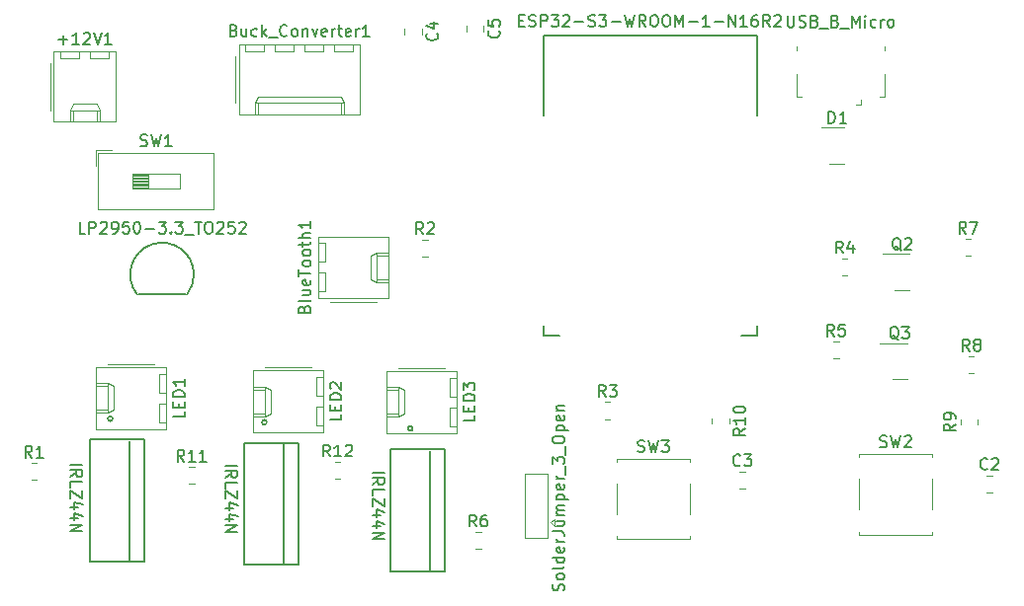
<source format=gbr>
%TF.GenerationSoftware,KiCad,Pcbnew,7.0.10*%
%TF.CreationDate,2024-03-26T16:58:00-05:00*%
%TF.ProjectId,shematic for power and light system,7368656d-6174-4696-9320-666f7220706f,rev?*%
%TF.SameCoordinates,Original*%
%TF.FileFunction,Legend,Top*%
%TF.FilePolarity,Positive*%
%FSLAX46Y46*%
G04 Gerber Fmt 4.6, Leading zero omitted, Abs format (unit mm)*
G04 Created by KiCad (PCBNEW 7.0.10) date 2024-03-26 16:58:00*
%MOMM*%
%LPD*%
G01*
G04 APERTURE LIST*
%ADD10C,0.150000*%
%ADD11C,0.120000*%
%ADD12C,0.152400*%
G04 APERTURE END LIST*
D10*
X194194608Y-112441274D02*
X193718417Y-112774607D01*
X194194608Y-113012702D02*
X193194608Y-113012702D01*
X193194608Y-113012702D02*
X193194608Y-112631750D01*
X193194608Y-112631750D02*
X193242227Y-112536512D01*
X193242227Y-112536512D02*
X193289846Y-112488893D01*
X193289846Y-112488893D02*
X193385084Y-112441274D01*
X193385084Y-112441274D02*
X193527941Y-112441274D01*
X193527941Y-112441274D02*
X193623179Y-112488893D01*
X193623179Y-112488893D02*
X193670798Y-112536512D01*
X193670798Y-112536512D02*
X193718417Y-112631750D01*
X193718417Y-112631750D02*
X193718417Y-113012702D01*
X194194608Y-111965083D02*
X194194608Y-111774607D01*
X194194608Y-111774607D02*
X194146989Y-111679369D01*
X194146989Y-111679369D02*
X194099369Y-111631750D01*
X194099369Y-111631750D02*
X193956512Y-111536512D01*
X193956512Y-111536512D02*
X193766036Y-111488893D01*
X193766036Y-111488893D02*
X193385084Y-111488893D01*
X193385084Y-111488893D02*
X193289846Y-111536512D01*
X193289846Y-111536512D02*
X193242227Y-111584131D01*
X193242227Y-111584131D02*
X193194608Y-111679369D01*
X193194608Y-111679369D02*
X193194608Y-111869845D01*
X193194608Y-111869845D02*
X193242227Y-111965083D01*
X193242227Y-111965083D02*
X193289846Y-112012702D01*
X193289846Y-112012702D02*
X193385084Y-112060321D01*
X193385084Y-112060321D02*
X193623179Y-112060321D01*
X193623179Y-112060321D02*
X193718417Y-112012702D01*
X193718417Y-112012702D02*
X193766036Y-111965083D01*
X193766036Y-111965083D02*
X193813655Y-111869845D01*
X193813655Y-111869845D02*
X193813655Y-111679369D01*
X193813655Y-111679369D02*
X193766036Y-111584131D01*
X193766036Y-111584131D02*
X193718417Y-111536512D01*
X193718417Y-111536512D02*
X193623179Y-111488893D01*
X138426407Y-102579344D02*
X138474026Y-102436487D01*
X138474026Y-102436487D02*
X138521645Y-102388868D01*
X138521645Y-102388868D02*
X138616883Y-102341249D01*
X138616883Y-102341249D02*
X138759740Y-102341249D01*
X138759740Y-102341249D02*
X138854978Y-102388868D01*
X138854978Y-102388868D02*
X138902598Y-102436487D01*
X138902598Y-102436487D02*
X138950217Y-102531725D01*
X138950217Y-102531725D02*
X138950217Y-102912677D01*
X138950217Y-102912677D02*
X137950217Y-102912677D01*
X137950217Y-102912677D02*
X137950217Y-102579344D01*
X137950217Y-102579344D02*
X137997836Y-102484106D01*
X137997836Y-102484106D02*
X138045455Y-102436487D01*
X138045455Y-102436487D02*
X138140693Y-102388868D01*
X138140693Y-102388868D02*
X138235931Y-102388868D01*
X138235931Y-102388868D02*
X138331169Y-102436487D01*
X138331169Y-102436487D02*
X138378788Y-102484106D01*
X138378788Y-102484106D02*
X138426407Y-102579344D01*
X138426407Y-102579344D02*
X138426407Y-102912677D01*
X138950217Y-101769820D02*
X138902598Y-101865058D01*
X138902598Y-101865058D02*
X138807359Y-101912677D01*
X138807359Y-101912677D02*
X137950217Y-101912677D01*
X138283550Y-100960296D02*
X138950217Y-100960296D01*
X138283550Y-101388867D02*
X138807359Y-101388867D01*
X138807359Y-101388867D02*
X138902598Y-101341248D01*
X138902598Y-101341248D02*
X138950217Y-101246010D01*
X138950217Y-101246010D02*
X138950217Y-101103153D01*
X138950217Y-101103153D02*
X138902598Y-101007915D01*
X138902598Y-101007915D02*
X138854978Y-100960296D01*
X138902598Y-100103153D02*
X138950217Y-100198391D01*
X138950217Y-100198391D02*
X138950217Y-100388867D01*
X138950217Y-100388867D02*
X138902598Y-100484105D01*
X138902598Y-100484105D02*
X138807359Y-100531724D01*
X138807359Y-100531724D02*
X138426407Y-100531724D01*
X138426407Y-100531724D02*
X138331169Y-100484105D01*
X138331169Y-100484105D02*
X138283550Y-100388867D01*
X138283550Y-100388867D02*
X138283550Y-100198391D01*
X138283550Y-100198391D02*
X138331169Y-100103153D01*
X138331169Y-100103153D02*
X138426407Y-100055534D01*
X138426407Y-100055534D02*
X138521645Y-100055534D01*
X138521645Y-100055534D02*
X138616883Y-100531724D01*
X137950217Y-99769819D02*
X137950217Y-99198391D01*
X138950217Y-99484105D02*
X137950217Y-99484105D01*
X138950217Y-98722200D02*
X138902598Y-98817438D01*
X138902598Y-98817438D02*
X138854978Y-98865057D01*
X138854978Y-98865057D02*
X138759740Y-98912676D01*
X138759740Y-98912676D02*
X138474026Y-98912676D01*
X138474026Y-98912676D02*
X138378788Y-98865057D01*
X138378788Y-98865057D02*
X138331169Y-98817438D01*
X138331169Y-98817438D02*
X138283550Y-98722200D01*
X138283550Y-98722200D02*
X138283550Y-98579343D01*
X138283550Y-98579343D02*
X138331169Y-98484105D01*
X138331169Y-98484105D02*
X138378788Y-98436486D01*
X138378788Y-98436486D02*
X138474026Y-98388867D01*
X138474026Y-98388867D02*
X138759740Y-98388867D01*
X138759740Y-98388867D02*
X138854978Y-98436486D01*
X138854978Y-98436486D02*
X138902598Y-98484105D01*
X138902598Y-98484105D02*
X138950217Y-98579343D01*
X138950217Y-98579343D02*
X138950217Y-98722200D01*
X138950217Y-97817438D02*
X138902598Y-97912676D01*
X138902598Y-97912676D02*
X138854978Y-97960295D01*
X138854978Y-97960295D02*
X138759740Y-98007914D01*
X138759740Y-98007914D02*
X138474026Y-98007914D01*
X138474026Y-98007914D02*
X138378788Y-97960295D01*
X138378788Y-97960295D02*
X138331169Y-97912676D01*
X138331169Y-97912676D02*
X138283550Y-97817438D01*
X138283550Y-97817438D02*
X138283550Y-97674581D01*
X138283550Y-97674581D02*
X138331169Y-97579343D01*
X138331169Y-97579343D02*
X138378788Y-97531724D01*
X138378788Y-97531724D02*
X138474026Y-97484105D01*
X138474026Y-97484105D02*
X138759740Y-97484105D01*
X138759740Y-97484105D02*
X138854978Y-97531724D01*
X138854978Y-97531724D02*
X138902598Y-97579343D01*
X138902598Y-97579343D02*
X138950217Y-97674581D01*
X138950217Y-97674581D02*
X138950217Y-97817438D01*
X138283550Y-97198390D02*
X138283550Y-96817438D01*
X137950217Y-97055533D02*
X138807359Y-97055533D01*
X138807359Y-97055533D02*
X138902598Y-97007914D01*
X138902598Y-97007914D02*
X138950217Y-96912676D01*
X138950217Y-96912676D02*
X138950217Y-96817438D01*
X138950217Y-96484104D02*
X137950217Y-96484104D01*
X138950217Y-96055533D02*
X138426407Y-96055533D01*
X138426407Y-96055533D02*
X138331169Y-96103152D01*
X138331169Y-96103152D02*
X138283550Y-96198390D01*
X138283550Y-96198390D02*
X138283550Y-96341247D01*
X138283550Y-96341247D02*
X138331169Y-96436485D01*
X138331169Y-96436485D02*
X138378788Y-96484104D01*
X138950217Y-95055533D02*
X138950217Y-95626961D01*
X138950217Y-95341247D02*
X137950217Y-95341247D01*
X137950217Y-95341247D02*
X138093074Y-95436485D01*
X138093074Y-95436485D02*
X138188312Y-95531723D01*
X138188312Y-95531723D02*
X138235931Y-95626961D01*
X184551553Y-97773098D02*
X184218220Y-97296907D01*
X183980125Y-97773098D02*
X183980125Y-96773098D01*
X183980125Y-96773098D02*
X184361077Y-96773098D01*
X184361077Y-96773098D02*
X184456315Y-96820717D01*
X184456315Y-96820717D02*
X184503934Y-96868336D01*
X184503934Y-96868336D02*
X184551553Y-96963574D01*
X184551553Y-96963574D02*
X184551553Y-97106431D01*
X184551553Y-97106431D02*
X184503934Y-97201669D01*
X184503934Y-97201669D02*
X184456315Y-97249288D01*
X184456315Y-97249288D02*
X184361077Y-97296907D01*
X184361077Y-97296907D02*
X183980125Y-97296907D01*
X185408696Y-97106431D02*
X185408696Y-97773098D01*
X185170601Y-96725479D02*
X184932506Y-97439764D01*
X184932506Y-97439764D02*
X185551553Y-97439764D01*
X179805743Y-77408277D02*
X179805743Y-78217800D01*
X179805743Y-78217800D02*
X179853362Y-78313038D01*
X179853362Y-78313038D02*
X179900981Y-78360658D01*
X179900981Y-78360658D02*
X179996219Y-78408277D01*
X179996219Y-78408277D02*
X180186695Y-78408277D01*
X180186695Y-78408277D02*
X180281933Y-78360658D01*
X180281933Y-78360658D02*
X180329552Y-78313038D01*
X180329552Y-78313038D02*
X180377171Y-78217800D01*
X180377171Y-78217800D02*
X180377171Y-77408277D01*
X180805743Y-78360658D02*
X180948600Y-78408277D01*
X180948600Y-78408277D02*
X181186695Y-78408277D01*
X181186695Y-78408277D02*
X181281933Y-78360658D01*
X181281933Y-78360658D02*
X181329552Y-78313038D01*
X181329552Y-78313038D02*
X181377171Y-78217800D01*
X181377171Y-78217800D02*
X181377171Y-78122562D01*
X181377171Y-78122562D02*
X181329552Y-78027324D01*
X181329552Y-78027324D02*
X181281933Y-77979705D01*
X181281933Y-77979705D02*
X181186695Y-77932086D01*
X181186695Y-77932086D02*
X180996219Y-77884467D01*
X180996219Y-77884467D02*
X180900981Y-77836848D01*
X180900981Y-77836848D02*
X180853362Y-77789229D01*
X180853362Y-77789229D02*
X180805743Y-77693991D01*
X180805743Y-77693991D02*
X180805743Y-77598753D01*
X180805743Y-77598753D02*
X180853362Y-77503515D01*
X180853362Y-77503515D02*
X180900981Y-77455896D01*
X180900981Y-77455896D02*
X180996219Y-77408277D01*
X180996219Y-77408277D02*
X181234314Y-77408277D01*
X181234314Y-77408277D02*
X181377171Y-77455896D01*
X182139076Y-77884467D02*
X182281933Y-77932086D01*
X182281933Y-77932086D02*
X182329552Y-77979705D01*
X182329552Y-77979705D02*
X182377171Y-78074943D01*
X182377171Y-78074943D02*
X182377171Y-78217800D01*
X182377171Y-78217800D02*
X182329552Y-78313038D01*
X182329552Y-78313038D02*
X182281933Y-78360658D01*
X182281933Y-78360658D02*
X182186695Y-78408277D01*
X182186695Y-78408277D02*
X181805743Y-78408277D01*
X181805743Y-78408277D02*
X181805743Y-77408277D01*
X181805743Y-77408277D02*
X182139076Y-77408277D01*
X182139076Y-77408277D02*
X182234314Y-77455896D01*
X182234314Y-77455896D02*
X182281933Y-77503515D01*
X182281933Y-77503515D02*
X182329552Y-77598753D01*
X182329552Y-77598753D02*
X182329552Y-77693991D01*
X182329552Y-77693991D02*
X182281933Y-77789229D01*
X182281933Y-77789229D02*
X182234314Y-77836848D01*
X182234314Y-77836848D02*
X182139076Y-77884467D01*
X182139076Y-77884467D02*
X181805743Y-77884467D01*
X182567648Y-78503515D02*
X183329552Y-78503515D01*
X183900981Y-77884467D02*
X184043838Y-77932086D01*
X184043838Y-77932086D02*
X184091457Y-77979705D01*
X184091457Y-77979705D02*
X184139076Y-78074943D01*
X184139076Y-78074943D02*
X184139076Y-78217800D01*
X184139076Y-78217800D02*
X184091457Y-78313038D01*
X184091457Y-78313038D02*
X184043838Y-78360658D01*
X184043838Y-78360658D02*
X183948600Y-78408277D01*
X183948600Y-78408277D02*
X183567648Y-78408277D01*
X183567648Y-78408277D02*
X183567648Y-77408277D01*
X183567648Y-77408277D02*
X183900981Y-77408277D01*
X183900981Y-77408277D02*
X183996219Y-77455896D01*
X183996219Y-77455896D02*
X184043838Y-77503515D01*
X184043838Y-77503515D02*
X184091457Y-77598753D01*
X184091457Y-77598753D02*
X184091457Y-77693991D01*
X184091457Y-77693991D02*
X184043838Y-77789229D01*
X184043838Y-77789229D02*
X183996219Y-77836848D01*
X183996219Y-77836848D02*
X183900981Y-77884467D01*
X183900981Y-77884467D02*
X183567648Y-77884467D01*
X184329553Y-78503515D02*
X185091457Y-78503515D01*
X185329553Y-78408277D02*
X185329553Y-77408277D01*
X185329553Y-77408277D02*
X185662886Y-78122562D01*
X185662886Y-78122562D02*
X185996219Y-77408277D01*
X185996219Y-77408277D02*
X185996219Y-78408277D01*
X186472410Y-78408277D02*
X186472410Y-77741610D01*
X186472410Y-77408277D02*
X186424791Y-77455896D01*
X186424791Y-77455896D02*
X186472410Y-77503515D01*
X186472410Y-77503515D02*
X186520029Y-77455896D01*
X186520029Y-77455896D02*
X186472410Y-77408277D01*
X186472410Y-77408277D02*
X186472410Y-77503515D01*
X187377171Y-78360658D02*
X187281933Y-78408277D01*
X187281933Y-78408277D02*
X187091457Y-78408277D01*
X187091457Y-78408277D02*
X186996219Y-78360658D01*
X186996219Y-78360658D02*
X186948600Y-78313038D01*
X186948600Y-78313038D02*
X186900981Y-78217800D01*
X186900981Y-78217800D02*
X186900981Y-77932086D01*
X186900981Y-77932086D02*
X186948600Y-77836848D01*
X186948600Y-77836848D02*
X186996219Y-77789229D01*
X186996219Y-77789229D02*
X187091457Y-77741610D01*
X187091457Y-77741610D02*
X187281933Y-77741610D01*
X187281933Y-77741610D02*
X187377171Y-77789229D01*
X187805743Y-78408277D02*
X187805743Y-77741610D01*
X187805743Y-77932086D02*
X187853362Y-77836848D01*
X187853362Y-77836848D02*
X187900981Y-77789229D01*
X187900981Y-77789229D02*
X187996219Y-77741610D01*
X187996219Y-77741610D02*
X188091457Y-77741610D01*
X188567648Y-78408277D02*
X188472410Y-78360658D01*
X188472410Y-78360658D02*
X188424791Y-78313038D01*
X188424791Y-78313038D02*
X188377172Y-78217800D01*
X188377172Y-78217800D02*
X188377172Y-77932086D01*
X188377172Y-77932086D02*
X188424791Y-77836848D01*
X188424791Y-77836848D02*
X188472410Y-77789229D01*
X188472410Y-77789229D02*
X188567648Y-77741610D01*
X188567648Y-77741610D02*
X188710505Y-77741610D01*
X188710505Y-77741610D02*
X188805743Y-77789229D01*
X188805743Y-77789229D02*
X188853362Y-77836848D01*
X188853362Y-77836848D02*
X188900981Y-77932086D01*
X188900981Y-77932086D02*
X188900981Y-78217800D01*
X188900981Y-78217800D02*
X188853362Y-78313038D01*
X188853362Y-78313038D02*
X188805743Y-78360658D01*
X188805743Y-78360658D02*
X188710505Y-78408277D01*
X188710505Y-78408277D02*
X188567648Y-78408277D01*
X148601612Y-96147354D02*
X148268279Y-95671163D01*
X148030184Y-96147354D02*
X148030184Y-95147354D01*
X148030184Y-95147354D02*
X148411136Y-95147354D01*
X148411136Y-95147354D02*
X148506374Y-95194973D01*
X148506374Y-95194973D02*
X148553993Y-95242592D01*
X148553993Y-95242592D02*
X148601612Y-95337830D01*
X148601612Y-95337830D02*
X148601612Y-95480687D01*
X148601612Y-95480687D02*
X148553993Y-95575925D01*
X148553993Y-95575925D02*
X148506374Y-95623544D01*
X148506374Y-95623544D02*
X148411136Y-95671163D01*
X148411136Y-95671163D02*
X148030184Y-95671163D01*
X148982565Y-95242592D02*
X149030184Y-95194973D01*
X149030184Y-95194973D02*
X149125422Y-95147354D01*
X149125422Y-95147354D02*
X149363517Y-95147354D01*
X149363517Y-95147354D02*
X149458755Y-95194973D01*
X149458755Y-95194973D02*
X149506374Y-95242592D01*
X149506374Y-95242592D02*
X149553993Y-95337830D01*
X149553993Y-95337830D02*
X149553993Y-95433068D01*
X149553993Y-95433068D02*
X149506374Y-95575925D01*
X149506374Y-95575925D02*
X148934946Y-96147354D01*
X148934946Y-96147354D02*
X149553993Y-96147354D01*
X141589376Y-111617563D02*
X141589376Y-112093753D01*
X141589376Y-112093753D02*
X140589376Y-112093753D01*
X141065566Y-111284229D02*
X141065566Y-110950896D01*
X141589376Y-110808039D02*
X141589376Y-111284229D01*
X141589376Y-111284229D02*
X140589376Y-111284229D01*
X140589376Y-111284229D02*
X140589376Y-110808039D01*
X141589376Y-110379467D02*
X140589376Y-110379467D01*
X140589376Y-110379467D02*
X140589376Y-110141372D01*
X140589376Y-110141372D02*
X140636995Y-109998515D01*
X140636995Y-109998515D02*
X140732233Y-109903277D01*
X140732233Y-109903277D02*
X140827471Y-109855658D01*
X140827471Y-109855658D02*
X141017947Y-109808039D01*
X141017947Y-109808039D02*
X141160804Y-109808039D01*
X141160804Y-109808039D02*
X141351280Y-109855658D01*
X141351280Y-109855658D02*
X141446518Y-109903277D01*
X141446518Y-109903277D02*
X141541757Y-109998515D01*
X141541757Y-109998515D02*
X141589376Y-110141372D01*
X141589376Y-110141372D02*
X141589376Y-110379467D01*
X140684614Y-109427086D02*
X140636995Y-109379467D01*
X140636995Y-109379467D02*
X140589376Y-109284229D01*
X140589376Y-109284229D02*
X140589376Y-109046134D01*
X140589376Y-109046134D02*
X140636995Y-108950896D01*
X140636995Y-108950896D02*
X140684614Y-108903277D01*
X140684614Y-108903277D02*
X140779852Y-108855658D01*
X140779852Y-108855658D02*
X140875090Y-108855658D01*
X140875090Y-108855658D02*
X141017947Y-108903277D01*
X141017947Y-108903277D02*
X141589376Y-109474705D01*
X141589376Y-109474705D02*
X141589376Y-108855658D01*
X131673660Y-116000269D02*
X132673660Y-116000269D01*
X131673660Y-117047887D02*
X132149851Y-116714554D01*
X131673660Y-116476459D02*
X132673660Y-116476459D01*
X132673660Y-116476459D02*
X132673660Y-116857411D01*
X132673660Y-116857411D02*
X132626041Y-116952649D01*
X132626041Y-116952649D02*
X132578422Y-117000268D01*
X132578422Y-117000268D02*
X132483184Y-117047887D01*
X132483184Y-117047887D02*
X132340327Y-117047887D01*
X132340327Y-117047887D02*
X132245089Y-117000268D01*
X132245089Y-117000268D02*
X132197470Y-116952649D01*
X132197470Y-116952649D02*
X132149851Y-116857411D01*
X132149851Y-116857411D02*
X132149851Y-116476459D01*
X131673660Y-117952649D02*
X131673660Y-117476459D01*
X131673660Y-117476459D02*
X132673660Y-117476459D01*
X132673660Y-118190745D02*
X132673660Y-118857411D01*
X132673660Y-118857411D02*
X131673660Y-118190745D01*
X131673660Y-118190745D02*
X131673660Y-118857411D01*
X132340327Y-119666935D02*
X131673660Y-119666935D01*
X132721280Y-119428840D02*
X132006994Y-119190745D01*
X132006994Y-119190745D02*
X132006994Y-119809792D01*
X132340327Y-120619316D02*
X131673660Y-120619316D01*
X132721280Y-120381221D02*
X132006994Y-120143126D01*
X132006994Y-120143126D02*
X132006994Y-120762173D01*
X131673660Y-121143126D02*
X132673660Y-121143126D01*
X132673660Y-121143126D02*
X131673660Y-121714554D01*
X131673660Y-121714554D02*
X132673660Y-121714554D01*
X118402592Y-115932789D02*
X119402592Y-115932789D01*
X118402592Y-116980407D02*
X118878783Y-116647074D01*
X118402592Y-116408979D02*
X119402592Y-116408979D01*
X119402592Y-116408979D02*
X119402592Y-116789931D01*
X119402592Y-116789931D02*
X119354973Y-116885169D01*
X119354973Y-116885169D02*
X119307354Y-116932788D01*
X119307354Y-116932788D02*
X119212116Y-116980407D01*
X119212116Y-116980407D02*
X119069259Y-116980407D01*
X119069259Y-116980407D02*
X118974021Y-116932788D01*
X118974021Y-116932788D02*
X118926402Y-116885169D01*
X118926402Y-116885169D02*
X118878783Y-116789931D01*
X118878783Y-116789931D02*
X118878783Y-116408979D01*
X118402592Y-117885169D02*
X118402592Y-117408979D01*
X118402592Y-117408979D02*
X119402592Y-117408979D01*
X119402592Y-118123265D02*
X119402592Y-118789931D01*
X119402592Y-118789931D02*
X118402592Y-118123265D01*
X118402592Y-118123265D02*
X118402592Y-118789931D01*
X119069259Y-119599455D02*
X118402592Y-119599455D01*
X119450212Y-119361360D02*
X118735926Y-119123265D01*
X118735926Y-119123265D02*
X118735926Y-119742312D01*
X119069259Y-120551836D02*
X118402592Y-120551836D01*
X119450212Y-120313741D02*
X118735926Y-120075646D01*
X118735926Y-120075646D02*
X118735926Y-120694693D01*
X118402592Y-121075646D02*
X119402592Y-121075646D01*
X119402592Y-121075646D02*
X118402592Y-121647074D01*
X118402592Y-121647074D02*
X119402592Y-121647074D01*
X119661165Y-96101582D02*
X119184975Y-96101582D01*
X119184975Y-96101582D02*
X119184975Y-95101582D01*
X119994499Y-96101582D02*
X119994499Y-95101582D01*
X119994499Y-95101582D02*
X120375451Y-95101582D01*
X120375451Y-95101582D02*
X120470689Y-95149201D01*
X120470689Y-95149201D02*
X120518308Y-95196820D01*
X120518308Y-95196820D02*
X120565927Y-95292058D01*
X120565927Y-95292058D02*
X120565927Y-95434915D01*
X120565927Y-95434915D02*
X120518308Y-95530153D01*
X120518308Y-95530153D02*
X120470689Y-95577772D01*
X120470689Y-95577772D02*
X120375451Y-95625391D01*
X120375451Y-95625391D02*
X119994499Y-95625391D01*
X120946880Y-95196820D02*
X120994499Y-95149201D01*
X120994499Y-95149201D02*
X121089737Y-95101582D01*
X121089737Y-95101582D02*
X121327832Y-95101582D01*
X121327832Y-95101582D02*
X121423070Y-95149201D01*
X121423070Y-95149201D02*
X121470689Y-95196820D01*
X121470689Y-95196820D02*
X121518308Y-95292058D01*
X121518308Y-95292058D02*
X121518308Y-95387296D01*
X121518308Y-95387296D02*
X121470689Y-95530153D01*
X121470689Y-95530153D02*
X120899261Y-96101582D01*
X120899261Y-96101582D02*
X121518308Y-96101582D01*
X121994499Y-96101582D02*
X122184975Y-96101582D01*
X122184975Y-96101582D02*
X122280213Y-96053963D01*
X122280213Y-96053963D02*
X122327832Y-96006343D01*
X122327832Y-96006343D02*
X122423070Y-95863486D01*
X122423070Y-95863486D02*
X122470689Y-95673010D01*
X122470689Y-95673010D02*
X122470689Y-95292058D01*
X122470689Y-95292058D02*
X122423070Y-95196820D01*
X122423070Y-95196820D02*
X122375451Y-95149201D01*
X122375451Y-95149201D02*
X122280213Y-95101582D01*
X122280213Y-95101582D02*
X122089737Y-95101582D01*
X122089737Y-95101582D02*
X121994499Y-95149201D01*
X121994499Y-95149201D02*
X121946880Y-95196820D01*
X121946880Y-95196820D02*
X121899261Y-95292058D01*
X121899261Y-95292058D02*
X121899261Y-95530153D01*
X121899261Y-95530153D02*
X121946880Y-95625391D01*
X121946880Y-95625391D02*
X121994499Y-95673010D01*
X121994499Y-95673010D02*
X122089737Y-95720629D01*
X122089737Y-95720629D02*
X122280213Y-95720629D01*
X122280213Y-95720629D02*
X122375451Y-95673010D01*
X122375451Y-95673010D02*
X122423070Y-95625391D01*
X122423070Y-95625391D02*
X122470689Y-95530153D01*
X123375451Y-95101582D02*
X122899261Y-95101582D01*
X122899261Y-95101582D02*
X122851642Y-95577772D01*
X122851642Y-95577772D02*
X122899261Y-95530153D01*
X122899261Y-95530153D02*
X122994499Y-95482534D01*
X122994499Y-95482534D02*
X123232594Y-95482534D01*
X123232594Y-95482534D02*
X123327832Y-95530153D01*
X123327832Y-95530153D02*
X123375451Y-95577772D01*
X123375451Y-95577772D02*
X123423070Y-95673010D01*
X123423070Y-95673010D02*
X123423070Y-95911105D01*
X123423070Y-95911105D02*
X123375451Y-96006343D01*
X123375451Y-96006343D02*
X123327832Y-96053963D01*
X123327832Y-96053963D02*
X123232594Y-96101582D01*
X123232594Y-96101582D02*
X122994499Y-96101582D01*
X122994499Y-96101582D02*
X122899261Y-96053963D01*
X122899261Y-96053963D02*
X122851642Y-96006343D01*
X124042118Y-95101582D02*
X124137356Y-95101582D01*
X124137356Y-95101582D02*
X124232594Y-95149201D01*
X124232594Y-95149201D02*
X124280213Y-95196820D01*
X124280213Y-95196820D02*
X124327832Y-95292058D01*
X124327832Y-95292058D02*
X124375451Y-95482534D01*
X124375451Y-95482534D02*
X124375451Y-95720629D01*
X124375451Y-95720629D02*
X124327832Y-95911105D01*
X124327832Y-95911105D02*
X124280213Y-96006343D01*
X124280213Y-96006343D02*
X124232594Y-96053963D01*
X124232594Y-96053963D02*
X124137356Y-96101582D01*
X124137356Y-96101582D02*
X124042118Y-96101582D01*
X124042118Y-96101582D02*
X123946880Y-96053963D01*
X123946880Y-96053963D02*
X123899261Y-96006343D01*
X123899261Y-96006343D02*
X123851642Y-95911105D01*
X123851642Y-95911105D02*
X123804023Y-95720629D01*
X123804023Y-95720629D02*
X123804023Y-95482534D01*
X123804023Y-95482534D02*
X123851642Y-95292058D01*
X123851642Y-95292058D02*
X123899261Y-95196820D01*
X123899261Y-95196820D02*
X123946880Y-95149201D01*
X123946880Y-95149201D02*
X124042118Y-95101582D01*
X124804023Y-95720629D02*
X125565928Y-95720629D01*
X125946880Y-95101582D02*
X126565927Y-95101582D01*
X126565927Y-95101582D02*
X126232594Y-95482534D01*
X126232594Y-95482534D02*
X126375451Y-95482534D01*
X126375451Y-95482534D02*
X126470689Y-95530153D01*
X126470689Y-95530153D02*
X126518308Y-95577772D01*
X126518308Y-95577772D02*
X126565927Y-95673010D01*
X126565927Y-95673010D02*
X126565927Y-95911105D01*
X126565927Y-95911105D02*
X126518308Y-96006343D01*
X126518308Y-96006343D02*
X126470689Y-96053963D01*
X126470689Y-96053963D02*
X126375451Y-96101582D01*
X126375451Y-96101582D02*
X126089737Y-96101582D01*
X126089737Y-96101582D02*
X125994499Y-96053963D01*
X125994499Y-96053963D02*
X125946880Y-96006343D01*
X126994499Y-96006343D02*
X127042118Y-96053963D01*
X127042118Y-96053963D02*
X126994499Y-96101582D01*
X126994499Y-96101582D02*
X126946880Y-96053963D01*
X126946880Y-96053963D02*
X126994499Y-96006343D01*
X126994499Y-96006343D02*
X126994499Y-96101582D01*
X127375451Y-95101582D02*
X127994498Y-95101582D01*
X127994498Y-95101582D02*
X127661165Y-95482534D01*
X127661165Y-95482534D02*
X127804022Y-95482534D01*
X127804022Y-95482534D02*
X127899260Y-95530153D01*
X127899260Y-95530153D02*
X127946879Y-95577772D01*
X127946879Y-95577772D02*
X127994498Y-95673010D01*
X127994498Y-95673010D02*
X127994498Y-95911105D01*
X127994498Y-95911105D02*
X127946879Y-96006343D01*
X127946879Y-96006343D02*
X127899260Y-96053963D01*
X127899260Y-96053963D02*
X127804022Y-96101582D01*
X127804022Y-96101582D02*
X127518308Y-96101582D01*
X127518308Y-96101582D02*
X127423070Y-96053963D01*
X127423070Y-96053963D02*
X127375451Y-96006343D01*
X128184975Y-96196820D02*
X128946879Y-96196820D01*
X129042118Y-95101582D02*
X129613546Y-95101582D01*
X129327832Y-96101582D02*
X129327832Y-95101582D01*
X130137356Y-95101582D02*
X130327832Y-95101582D01*
X130327832Y-95101582D02*
X130423070Y-95149201D01*
X130423070Y-95149201D02*
X130518308Y-95244439D01*
X130518308Y-95244439D02*
X130565927Y-95434915D01*
X130565927Y-95434915D02*
X130565927Y-95768248D01*
X130565927Y-95768248D02*
X130518308Y-95958724D01*
X130518308Y-95958724D02*
X130423070Y-96053963D01*
X130423070Y-96053963D02*
X130327832Y-96101582D01*
X130327832Y-96101582D02*
X130137356Y-96101582D01*
X130137356Y-96101582D02*
X130042118Y-96053963D01*
X130042118Y-96053963D02*
X129946880Y-95958724D01*
X129946880Y-95958724D02*
X129899261Y-95768248D01*
X129899261Y-95768248D02*
X129899261Y-95434915D01*
X129899261Y-95434915D02*
X129946880Y-95244439D01*
X129946880Y-95244439D02*
X130042118Y-95149201D01*
X130042118Y-95149201D02*
X130137356Y-95101582D01*
X130946880Y-95196820D02*
X130994499Y-95149201D01*
X130994499Y-95149201D02*
X131089737Y-95101582D01*
X131089737Y-95101582D02*
X131327832Y-95101582D01*
X131327832Y-95101582D02*
X131423070Y-95149201D01*
X131423070Y-95149201D02*
X131470689Y-95196820D01*
X131470689Y-95196820D02*
X131518308Y-95292058D01*
X131518308Y-95292058D02*
X131518308Y-95387296D01*
X131518308Y-95387296D02*
X131470689Y-95530153D01*
X131470689Y-95530153D02*
X130899261Y-96101582D01*
X130899261Y-96101582D02*
X131518308Y-96101582D01*
X132423070Y-95101582D02*
X131946880Y-95101582D01*
X131946880Y-95101582D02*
X131899261Y-95577772D01*
X131899261Y-95577772D02*
X131946880Y-95530153D01*
X131946880Y-95530153D02*
X132042118Y-95482534D01*
X132042118Y-95482534D02*
X132280213Y-95482534D01*
X132280213Y-95482534D02*
X132375451Y-95530153D01*
X132375451Y-95530153D02*
X132423070Y-95577772D01*
X132423070Y-95577772D02*
X132470689Y-95673010D01*
X132470689Y-95673010D02*
X132470689Y-95911105D01*
X132470689Y-95911105D02*
X132423070Y-96006343D01*
X132423070Y-96006343D02*
X132375451Y-96053963D01*
X132375451Y-96053963D02*
X132280213Y-96101582D01*
X132280213Y-96101582D02*
X132042118Y-96101582D01*
X132042118Y-96101582D02*
X131946880Y-96053963D01*
X131946880Y-96053963D02*
X131899261Y-96006343D01*
X132851642Y-95196820D02*
X132899261Y-95149201D01*
X132899261Y-95149201D02*
X132994499Y-95101582D01*
X132994499Y-95101582D02*
X133232594Y-95101582D01*
X133232594Y-95101582D02*
X133327832Y-95149201D01*
X133327832Y-95149201D02*
X133375451Y-95196820D01*
X133375451Y-95196820D02*
X133423070Y-95292058D01*
X133423070Y-95292058D02*
X133423070Y-95387296D01*
X133423070Y-95387296D02*
X133375451Y-95530153D01*
X133375451Y-95530153D02*
X132804023Y-96101582D01*
X132804023Y-96101582D02*
X133423070Y-96101582D01*
X153027238Y-111675544D02*
X153027238Y-112151734D01*
X153027238Y-112151734D02*
X152027238Y-112151734D01*
X152503428Y-111342210D02*
X152503428Y-111008877D01*
X153027238Y-110866020D02*
X153027238Y-111342210D01*
X153027238Y-111342210D02*
X152027238Y-111342210D01*
X152027238Y-111342210D02*
X152027238Y-110866020D01*
X153027238Y-110437448D02*
X152027238Y-110437448D01*
X152027238Y-110437448D02*
X152027238Y-110199353D01*
X152027238Y-110199353D02*
X152074857Y-110056496D01*
X152074857Y-110056496D02*
X152170095Y-109961258D01*
X152170095Y-109961258D02*
X152265333Y-109913639D01*
X152265333Y-109913639D02*
X152455809Y-109866020D01*
X152455809Y-109866020D02*
X152598666Y-109866020D01*
X152598666Y-109866020D02*
X152789142Y-109913639D01*
X152789142Y-109913639D02*
X152884380Y-109961258D01*
X152884380Y-109961258D02*
X152979619Y-110056496D01*
X152979619Y-110056496D02*
X153027238Y-110199353D01*
X153027238Y-110199353D02*
X153027238Y-110437448D01*
X152027238Y-109532686D02*
X152027238Y-108913639D01*
X152027238Y-108913639D02*
X152408190Y-109246972D01*
X152408190Y-109246972D02*
X152408190Y-109104115D01*
X152408190Y-109104115D02*
X152455809Y-109008877D01*
X152455809Y-109008877D02*
X152503428Y-108961258D01*
X152503428Y-108961258D02*
X152598666Y-108913639D01*
X152598666Y-108913639D02*
X152836761Y-108913639D01*
X152836761Y-108913639D02*
X152931999Y-108961258D01*
X152931999Y-108961258D02*
X152979619Y-109008877D01*
X152979619Y-109008877D02*
X153027238Y-109104115D01*
X153027238Y-109104115D02*
X153027238Y-109389829D01*
X153027238Y-109389829D02*
X152979619Y-109485067D01*
X152979619Y-109485067D02*
X152931999Y-109532686D01*
X149773670Y-78924682D02*
X149821290Y-78972301D01*
X149821290Y-78972301D02*
X149868909Y-79115158D01*
X149868909Y-79115158D02*
X149868909Y-79210396D01*
X149868909Y-79210396D02*
X149821290Y-79353253D01*
X149821290Y-79353253D02*
X149726051Y-79448491D01*
X149726051Y-79448491D02*
X149630813Y-79496110D01*
X149630813Y-79496110D02*
X149440337Y-79543729D01*
X149440337Y-79543729D02*
X149297480Y-79543729D01*
X149297480Y-79543729D02*
X149107004Y-79496110D01*
X149107004Y-79496110D02*
X149011766Y-79448491D01*
X149011766Y-79448491D02*
X148916528Y-79353253D01*
X148916528Y-79353253D02*
X148868909Y-79210396D01*
X148868909Y-79210396D02*
X148868909Y-79115158D01*
X148868909Y-79115158D02*
X148916528Y-78972301D01*
X148916528Y-78972301D02*
X148964147Y-78924682D01*
X149202242Y-78067539D02*
X149868909Y-78067539D01*
X148821290Y-78305634D02*
X149535575Y-78543729D01*
X149535575Y-78543729D02*
X149535575Y-77924682D01*
X128130046Y-115658577D02*
X127796713Y-115182386D01*
X127558618Y-115658577D02*
X127558618Y-114658577D01*
X127558618Y-114658577D02*
X127939570Y-114658577D01*
X127939570Y-114658577D02*
X128034808Y-114706196D01*
X128034808Y-114706196D02*
X128082427Y-114753815D01*
X128082427Y-114753815D02*
X128130046Y-114849053D01*
X128130046Y-114849053D02*
X128130046Y-114991910D01*
X128130046Y-114991910D02*
X128082427Y-115087148D01*
X128082427Y-115087148D02*
X128034808Y-115134767D01*
X128034808Y-115134767D02*
X127939570Y-115182386D01*
X127939570Y-115182386D02*
X127558618Y-115182386D01*
X129082427Y-115658577D02*
X128510999Y-115658577D01*
X128796713Y-115658577D02*
X128796713Y-114658577D01*
X128796713Y-114658577D02*
X128701475Y-114801434D01*
X128701475Y-114801434D02*
X128606237Y-114896672D01*
X128606237Y-114896672D02*
X128510999Y-114944291D01*
X130034808Y-115658577D02*
X129463380Y-115658577D01*
X129749094Y-115658577D02*
X129749094Y-114658577D01*
X129749094Y-114658577D02*
X129653856Y-114801434D01*
X129653856Y-114801434D02*
X129558618Y-114896672D01*
X129558618Y-114896672D02*
X129463380Y-114944291D01*
X155069674Y-78695975D02*
X155117294Y-78743594D01*
X155117294Y-78743594D02*
X155164913Y-78886451D01*
X155164913Y-78886451D02*
X155164913Y-78981689D01*
X155164913Y-78981689D02*
X155117294Y-79124546D01*
X155117294Y-79124546D02*
X155022055Y-79219784D01*
X155022055Y-79219784D02*
X154926817Y-79267403D01*
X154926817Y-79267403D02*
X154736341Y-79315022D01*
X154736341Y-79315022D02*
X154593484Y-79315022D01*
X154593484Y-79315022D02*
X154403008Y-79267403D01*
X154403008Y-79267403D02*
X154307770Y-79219784D01*
X154307770Y-79219784D02*
X154212532Y-79124546D01*
X154212532Y-79124546D02*
X154164913Y-78981689D01*
X154164913Y-78981689D02*
X154164913Y-78886451D01*
X154164913Y-78886451D02*
X154212532Y-78743594D01*
X154212532Y-78743594D02*
X154260151Y-78695975D01*
X154164913Y-77791213D02*
X154164913Y-78267403D01*
X154164913Y-78267403D02*
X154641103Y-78315022D01*
X154641103Y-78315022D02*
X154593484Y-78267403D01*
X154593484Y-78267403D02*
X154545865Y-78172165D01*
X154545865Y-78172165D02*
X154545865Y-77934070D01*
X154545865Y-77934070D02*
X154593484Y-77838832D01*
X154593484Y-77838832D02*
X154641103Y-77791213D01*
X154641103Y-77791213D02*
X154736341Y-77743594D01*
X154736341Y-77743594D02*
X154974436Y-77743594D01*
X154974436Y-77743594D02*
X155069674Y-77791213D01*
X155069674Y-77791213D02*
X155117294Y-77838832D01*
X155117294Y-77838832D02*
X155164913Y-77934070D01*
X155164913Y-77934070D02*
X155164913Y-78172165D01*
X155164913Y-78172165D02*
X155117294Y-78267403D01*
X155117294Y-78267403D02*
X155069674Y-78315022D01*
X156816077Y-77828655D02*
X157149410Y-77828655D01*
X157292267Y-78352465D02*
X156816077Y-78352465D01*
X156816077Y-78352465D02*
X156816077Y-77352465D01*
X156816077Y-77352465D02*
X157292267Y-77352465D01*
X157673220Y-78304846D02*
X157816077Y-78352465D01*
X157816077Y-78352465D02*
X158054172Y-78352465D01*
X158054172Y-78352465D02*
X158149410Y-78304846D01*
X158149410Y-78304846D02*
X158197029Y-78257226D01*
X158197029Y-78257226D02*
X158244648Y-78161988D01*
X158244648Y-78161988D02*
X158244648Y-78066750D01*
X158244648Y-78066750D02*
X158197029Y-77971512D01*
X158197029Y-77971512D02*
X158149410Y-77923893D01*
X158149410Y-77923893D02*
X158054172Y-77876274D01*
X158054172Y-77876274D02*
X157863696Y-77828655D01*
X157863696Y-77828655D02*
X157768458Y-77781036D01*
X157768458Y-77781036D02*
X157720839Y-77733417D01*
X157720839Y-77733417D02*
X157673220Y-77638179D01*
X157673220Y-77638179D02*
X157673220Y-77542941D01*
X157673220Y-77542941D02*
X157720839Y-77447703D01*
X157720839Y-77447703D02*
X157768458Y-77400084D01*
X157768458Y-77400084D02*
X157863696Y-77352465D01*
X157863696Y-77352465D02*
X158101791Y-77352465D01*
X158101791Y-77352465D02*
X158244648Y-77400084D01*
X158673220Y-78352465D02*
X158673220Y-77352465D01*
X158673220Y-77352465D02*
X159054172Y-77352465D01*
X159054172Y-77352465D02*
X159149410Y-77400084D01*
X159149410Y-77400084D02*
X159197029Y-77447703D01*
X159197029Y-77447703D02*
X159244648Y-77542941D01*
X159244648Y-77542941D02*
X159244648Y-77685798D01*
X159244648Y-77685798D02*
X159197029Y-77781036D01*
X159197029Y-77781036D02*
X159149410Y-77828655D01*
X159149410Y-77828655D02*
X159054172Y-77876274D01*
X159054172Y-77876274D02*
X158673220Y-77876274D01*
X159577982Y-77352465D02*
X160197029Y-77352465D01*
X160197029Y-77352465D02*
X159863696Y-77733417D01*
X159863696Y-77733417D02*
X160006553Y-77733417D01*
X160006553Y-77733417D02*
X160101791Y-77781036D01*
X160101791Y-77781036D02*
X160149410Y-77828655D01*
X160149410Y-77828655D02*
X160197029Y-77923893D01*
X160197029Y-77923893D02*
X160197029Y-78161988D01*
X160197029Y-78161988D02*
X160149410Y-78257226D01*
X160149410Y-78257226D02*
X160101791Y-78304846D01*
X160101791Y-78304846D02*
X160006553Y-78352465D01*
X160006553Y-78352465D02*
X159720839Y-78352465D01*
X159720839Y-78352465D02*
X159625601Y-78304846D01*
X159625601Y-78304846D02*
X159577982Y-78257226D01*
X160577982Y-77447703D02*
X160625601Y-77400084D01*
X160625601Y-77400084D02*
X160720839Y-77352465D01*
X160720839Y-77352465D02*
X160958934Y-77352465D01*
X160958934Y-77352465D02*
X161054172Y-77400084D01*
X161054172Y-77400084D02*
X161101791Y-77447703D01*
X161101791Y-77447703D02*
X161149410Y-77542941D01*
X161149410Y-77542941D02*
X161149410Y-77638179D01*
X161149410Y-77638179D02*
X161101791Y-77781036D01*
X161101791Y-77781036D02*
X160530363Y-78352465D01*
X160530363Y-78352465D02*
X161149410Y-78352465D01*
X161577982Y-77971512D02*
X162339887Y-77971512D01*
X162768458Y-78304846D02*
X162911315Y-78352465D01*
X162911315Y-78352465D02*
X163149410Y-78352465D01*
X163149410Y-78352465D02*
X163244648Y-78304846D01*
X163244648Y-78304846D02*
X163292267Y-78257226D01*
X163292267Y-78257226D02*
X163339886Y-78161988D01*
X163339886Y-78161988D02*
X163339886Y-78066750D01*
X163339886Y-78066750D02*
X163292267Y-77971512D01*
X163292267Y-77971512D02*
X163244648Y-77923893D01*
X163244648Y-77923893D02*
X163149410Y-77876274D01*
X163149410Y-77876274D02*
X162958934Y-77828655D01*
X162958934Y-77828655D02*
X162863696Y-77781036D01*
X162863696Y-77781036D02*
X162816077Y-77733417D01*
X162816077Y-77733417D02*
X162768458Y-77638179D01*
X162768458Y-77638179D02*
X162768458Y-77542941D01*
X162768458Y-77542941D02*
X162816077Y-77447703D01*
X162816077Y-77447703D02*
X162863696Y-77400084D01*
X162863696Y-77400084D02*
X162958934Y-77352465D01*
X162958934Y-77352465D02*
X163197029Y-77352465D01*
X163197029Y-77352465D02*
X163339886Y-77400084D01*
X163673220Y-77352465D02*
X164292267Y-77352465D01*
X164292267Y-77352465D02*
X163958934Y-77733417D01*
X163958934Y-77733417D02*
X164101791Y-77733417D01*
X164101791Y-77733417D02*
X164197029Y-77781036D01*
X164197029Y-77781036D02*
X164244648Y-77828655D01*
X164244648Y-77828655D02*
X164292267Y-77923893D01*
X164292267Y-77923893D02*
X164292267Y-78161988D01*
X164292267Y-78161988D02*
X164244648Y-78257226D01*
X164244648Y-78257226D02*
X164197029Y-78304846D01*
X164197029Y-78304846D02*
X164101791Y-78352465D01*
X164101791Y-78352465D02*
X163816077Y-78352465D01*
X163816077Y-78352465D02*
X163720839Y-78304846D01*
X163720839Y-78304846D02*
X163673220Y-78257226D01*
X164720839Y-77971512D02*
X165482744Y-77971512D01*
X165863696Y-77352465D02*
X166101791Y-78352465D01*
X166101791Y-78352465D02*
X166292267Y-77638179D01*
X166292267Y-77638179D02*
X166482743Y-78352465D01*
X166482743Y-78352465D02*
X166720839Y-77352465D01*
X167673219Y-78352465D02*
X167339886Y-77876274D01*
X167101791Y-78352465D02*
X167101791Y-77352465D01*
X167101791Y-77352465D02*
X167482743Y-77352465D01*
X167482743Y-77352465D02*
X167577981Y-77400084D01*
X167577981Y-77400084D02*
X167625600Y-77447703D01*
X167625600Y-77447703D02*
X167673219Y-77542941D01*
X167673219Y-77542941D02*
X167673219Y-77685798D01*
X167673219Y-77685798D02*
X167625600Y-77781036D01*
X167625600Y-77781036D02*
X167577981Y-77828655D01*
X167577981Y-77828655D02*
X167482743Y-77876274D01*
X167482743Y-77876274D02*
X167101791Y-77876274D01*
X168292267Y-77352465D02*
X168482743Y-77352465D01*
X168482743Y-77352465D02*
X168577981Y-77400084D01*
X168577981Y-77400084D02*
X168673219Y-77495322D01*
X168673219Y-77495322D02*
X168720838Y-77685798D01*
X168720838Y-77685798D02*
X168720838Y-78019131D01*
X168720838Y-78019131D02*
X168673219Y-78209607D01*
X168673219Y-78209607D02*
X168577981Y-78304846D01*
X168577981Y-78304846D02*
X168482743Y-78352465D01*
X168482743Y-78352465D02*
X168292267Y-78352465D01*
X168292267Y-78352465D02*
X168197029Y-78304846D01*
X168197029Y-78304846D02*
X168101791Y-78209607D01*
X168101791Y-78209607D02*
X168054172Y-78019131D01*
X168054172Y-78019131D02*
X168054172Y-77685798D01*
X168054172Y-77685798D02*
X168101791Y-77495322D01*
X168101791Y-77495322D02*
X168197029Y-77400084D01*
X168197029Y-77400084D02*
X168292267Y-77352465D01*
X169339886Y-77352465D02*
X169530362Y-77352465D01*
X169530362Y-77352465D02*
X169625600Y-77400084D01*
X169625600Y-77400084D02*
X169720838Y-77495322D01*
X169720838Y-77495322D02*
X169768457Y-77685798D01*
X169768457Y-77685798D02*
X169768457Y-78019131D01*
X169768457Y-78019131D02*
X169720838Y-78209607D01*
X169720838Y-78209607D02*
X169625600Y-78304846D01*
X169625600Y-78304846D02*
X169530362Y-78352465D01*
X169530362Y-78352465D02*
X169339886Y-78352465D01*
X169339886Y-78352465D02*
X169244648Y-78304846D01*
X169244648Y-78304846D02*
X169149410Y-78209607D01*
X169149410Y-78209607D02*
X169101791Y-78019131D01*
X169101791Y-78019131D02*
X169101791Y-77685798D01*
X169101791Y-77685798D02*
X169149410Y-77495322D01*
X169149410Y-77495322D02*
X169244648Y-77400084D01*
X169244648Y-77400084D02*
X169339886Y-77352465D01*
X170197029Y-78352465D02*
X170197029Y-77352465D01*
X170197029Y-77352465D02*
X170530362Y-78066750D01*
X170530362Y-78066750D02*
X170863695Y-77352465D01*
X170863695Y-77352465D02*
X170863695Y-78352465D01*
X171339886Y-77971512D02*
X172101791Y-77971512D01*
X173101790Y-78352465D02*
X172530362Y-78352465D01*
X172816076Y-78352465D02*
X172816076Y-77352465D01*
X172816076Y-77352465D02*
X172720838Y-77495322D01*
X172720838Y-77495322D02*
X172625600Y-77590560D01*
X172625600Y-77590560D02*
X172530362Y-77638179D01*
X173530362Y-77971512D02*
X174292267Y-77971512D01*
X174768457Y-78352465D02*
X174768457Y-77352465D01*
X174768457Y-77352465D02*
X175339885Y-78352465D01*
X175339885Y-78352465D02*
X175339885Y-77352465D01*
X176339885Y-78352465D02*
X175768457Y-78352465D01*
X176054171Y-78352465D02*
X176054171Y-77352465D01*
X176054171Y-77352465D02*
X175958933Y-77495322D01*
X175958933Y-77495322D02*
X175863695Y-77590560D01*
X175863695Y-77590560D02*
X175768457Y-77638179D01*
X177197028Y-77352465D02*
X177006552Y-77352465D01*
X177006552Y-77352465D02*
X176911314Y-77400084D01*
X176911314Y-77400084D02*
X176863695Y-77447703D01*
X176863695Y-77447703D02*
X176768457Y-77590560D01*
X176768457Y-77590560D02*
X176720838Y-77781036D01*
X176720838Y-77781036D02*
X176720838Y-78161988D01*
X176720838Y-78161988D02*
X176768457Y-78257226D01*
X176768457Y-78257226D02*
X176816076Y-78304846D01*
X176816076Y-78304846D02*
X176911314Y-78352465D01*
X176911314Y-78352465D02*
X177101790Y-78352465D01*
X177101790Y-78352465D02*
X177197028Y-78304846D01*
X177197028Y-78304846D02*
X177244647Y-78257226D01*
X177244647Y-78257226D02*
X177292266Y-78161988D01*
X177292266Y-78161988D02*
X177292266Y-77923893D01*
X177292266Y-77923893D02*
X177244647Y-77828655D01*
X177244647Y-77828655D02*
X177197028Y-77781036D01*
X177197028Y-77781036D02*
X177101790Y-77733417D01*
X177101790Y-77733417D02*
X176911314Y-77733417D01*
X176911314Y-77733417D02*
X176816076Y-77781036D01*
X176816076Y-77781036D02*
X176768457Y-77828655D01*
X176768457Y-77828655D02*
X176720838Y-77923893D01*
X178292266Y-78352465D02*
X177958933Y-77876274D01*
X177720838Y-78352465D02*
X177720838Y-77352465D01*
X177720838Y-77352465D02*
X178101790Y-77352465D01*
X178101790Y-77352465D02*
X178197028Y-77400084D01*
X178197028Y-77400084D02*
X178244647Y-77447703D01*
X178244647Y-77447703D02*
X178292266Y-77542941D01*
X178292266Y-77542941D02*
X178292266Y-77685798D01*
X178292266Y-77685798D02*
X178244647Y-77781036D01*
X178244647Y-77781036D02*
X178197028Y-77828655D01*
X178197028Y-77828655D02*
X178101790Y-77876274D01*
X178101790Y-77876274D02*
X177720838Y-77876274D01*
X178673219Y-77447703D02*
X178720838Y-77400084D01*
X178720838Y-77400084D02*
X178816076Y-77352465D01*
X178816076Y-77352465D02*
X179054171Y-77352465D01*
X179054171Y-77352465D02*
X179149409Y-77400084D01*
X179149409Y-77400084D02*
X179197028Y-77447703D01*
X179197028Y-77447703D02*
X179244647Y-77542941D01*
X179244647Y-77542941D02*
X179244647Y-77638179D01*
X179244647Y-77638179D02*
X179197028Y-77781036D01*
X179197028Y-77781036D02*
X178625600Y-78352465D01*
X178625600Y-78352465D02*
X179244647Y-78352465D01*
X124380943Y-88560194D02*
X124523800Y-88607813D01*
X124523800Y-88607813D02*
X124761895Y-88607813D01*
X124761895Y-88607813D02*
X124857133Y-88560194D01*
X124857133Y-88560194D02*
X124904752Y-88512574D01*
X124904752Y-88512574D02*
X124952371Y-88417336D01*
X124952371Y-88417336D02*
X124952371Y-88322098D01*
X124952371Y-88322098D02*
X124904752Y-88226860D01*
X124904752Y-88226860D02*
X124857133Y-88179241D01*
X124857133Y-88179241D02*
X124761895Y-88131622D01*
X124761895Y-88131622D02*
X124571419Y-88084003D01*
X124571419Y-88084003D02*
X124476181Y-88036384D01*
X124476181Y-88036384D02*
X124428562Y-87988765D01*
X124428562Y-87988765D02*
X124380943Y-87893527D01*
X124380943Y-87893527D02*
X124380943Y-87798289D01*
X124380943Y-87798289D02*
X124428562Y-87703051D01*
X124428562Y-87703051D02*
X124476181Y-87655432D01*
X124476181Y-87655432D02*
X124571419Y-87607813D01*
X124571419Y-87607813D02*
X124809514Y-87607813D01*
X124809514Y-87607813D02*
X124952371Y-87655432D01*
X125285705Y-87607813D02*
X125523800Y-88607813D01*
X125523800Y-88607813D02*
X125714276Y-87893527D01*
X125714276Y-87893527D02*
X125904752Y-88607813D01*
X125904752Y-88607813D02*
X126142848Y-87607813D01*
X127047609Y-88607813D02*
X126476181Y-88607813D01*
X126761895Y-88607813D02*
X126761895Y-87607813D01*
X126761895Y-87607813D02*
X126666657Y-87750670D01*
X126666657Y-87750670D02*
X126571419Y-87845908D01*
X126571419Y-87845908D02*
X126476181Y-87893527D01*
X196927336Y-116272342D02*
X196879717Y-116319962D01*
X196879717Y-116319962D02*
X196736860Y-116367581D01*
X196736860Y-116367581D02*
X196641622Y-116367581D01*
X196641622Y-116367581D02*
X196498765Y-116319962D01*
X196498765Y-116319962D02*
X196403527Y-116224723D01*
X196403527Y-116224723D02*
X196355908Y-116129485D01*
X196355908Y-116129485D02*
X196308289Y-115939009D01*
X196308289Y-115939009D02*
X196308289Y-115796152D01*
X196308289Y-115796152D02*
X196355908Y-115605676D01*
X196355908Y-115605676D02*
X196403527Y-115510438D01*
X196403527Y-115510438D02*
X196498765Y-115415200D01*
X196498765Y-115415200D02*
X196641622Y-115367581D01*
X196641622Y-115367581D02*
X196736860Y-115367581D01*
X196736860Y-115367581D02*
X196879717Y-115415200D01*
X196879717Y-115415200D02*
X196927336Y-115462819D01*
X197308289Y-115462819D02*
X197355908Y-115415200D01*
X197355908Y-115415200D02*
X197451146Y-115367581D01*
X197451146Y-115367581D02*
X197689241Y-115367581D01*
X197689241Y-115367581D02*
X197784479Y-115415200D01*
X197784479Y-115415200D02*
X197832098Y-115462819D01*
X197832098Y-115462819D02*
X197879717Y-115558057D01*
X197879717Y-115558057D02*
X197879717Y-115653295D01*
X197879717Y-115653295D02*
X197832098Y-115796152D01*
X197832098Y-115796152D02*
X197260670Y-116367581D01*
X197260670Y-116367581D02*
X197879717Y-116367581D01*
X117371369Y-79479869D02*
X118133274Y-79479869D01*
X117752321Y-79860822D02*
X117752321Y-79098917D01*
X119133273Y-79860822D02*
X118561845Y-79860822D01*
X118847559Y-79860822D02*
X118847559Y-78860822D01*
X118847559Y-78860822D02*
X118752321Y-79003679D01*
X118752321Y-79003679D02*
X118657083Y-79098917D01*
X118657083Y-79098917D02*
X118561845Y-79146536D01*
X119514226Y-78956060D02*
X119561845Y-78908441D01*
X119561845Y-78908441D02*
X119657083Y-78860822D01*
X119657083Y-78860822D02*
X119895178Y-78860822D01*
X119895178Y-78860822D02*
X119990416Y-78908441D01*
X119990416Y-78908441D02*
X120038035Y-78956060D01*
X120038035Y-78956060D02*
X120085654Y-79051298D01*
X120085654Y-79051298D02*
X120085654Y-79146536D01*
X120085654Y-79146536D02*
X120038035Y-79289393D01*
X120038035Y-79289393D02*
X119466607Y-79860822D01*
X119466607Y-79860822D02*
X120085654Y-79860822D01*
X120371369Y-78860822D02*
X120704702Y-79860822D01*
X120704702Y-79860822D02*
X121038035Y-78860822D01*
X121895178Y-79860822D02*
X121323750Y-79860822D01*
X121609464Y-79860822D02*
X121609464Y-78860822D01*
X121609464Y-78860822D02*
X121514226Y-79003679D01*
X121514226Y-79003679D02*
X121418988Y-79098917D01*
X121418988Y-79098917D02*
X121323750Y-79146536D01*
X144247436Y-116607589D02*
X145247436Y-116607589D01*
X144247436Y-117655207D02*
X144723627Y-117321874D01*
X144247436Y-117083779D02*
X145247436Y-117083779D01*
X145247436Y-117083779D02*
X145247436Y-117464731D01*
X145247436Y-117464731D02*
X145199817Y-117559969D01*
X145199817Y-117559969D02*
X145152198Y-117607588D01*
X145152198Y-117607588D02*
X145056960Y-117655207D01*
X145056960Y-117655207D02*
X144914103Y-117655207D01*
X144914103Y-117655207D02*
X144818865Y-117607588D01*
X144818865Y-117607588D02*
X144771246Y-117559969D01*
X144771246Y-117559969D02*
X144723627Y-117464731D01*
X144723627Y-117464731D02*
X144723627Y-117083779D01*
X144247436Y-118559969D02*
X144247436Y-118083779D01*
X144247436Y-118083779D02*
X145247436Y-118083779D01*
X145247436Y-118798065D02*
X145247436Y-119464731D01*
X145247436Y-119464731D02*
X144247436Y-118798065D01*
X144247436Y-118798065D02*
X144247436Y-119464731D01*
X144914103Y-120274255D02*
X144247436Y-120274255D01*
X145295056Y-120036160D02*
X144580770Y-119798065D01*
X144580770Y-119798065D02*
X144580770Y-120417112D01*
X144914103Y-121226636D02*
X144247436Y-121226636D01*
X145295056Y-120988541D02*
X144580770Y-120750446D01*
X144580770Y-120750446D02*
X144580770Y-121369493D01*
X144247436Y-121750446D02*
X145247436Y-121750446D01*
X145247436Y-121750446D02*
X144247436Y-122321874D01*
X144247436Y-122321874D02*
X145247436Y-122321874D01*
X128160854Y-111347643D02*
X128160854Y-111823833D01*
X128160854Y-111823833D02*
X127160854Y-111823833D01*
X127637044Y-111014309D02*
X127637044Y-110680976D01*
X128160854Y-110538119D02*
X128160854Y-111014309D01*
X128160854Y-111014309D02*
X127160854Y-111014309D01*
X127160854Y-111014309D02*
X127160854Y-110538119D01*
X128160854Y-110109547D02*
X127160854Y-110109547D01*
X127160854Y-110109547D02*
X127160854Y-109871452D01*
X127160854Y-109871452D02*
X127208473Y-109728595D01*
X127208473Y-109728595D02*
X127303711Y-109633357D01*
X127303711Y-109633357D02*
X127398949Y-109585738D01*
X127398949Y-109585738D02*
X127589425Y-109538119D01*
X127589425Y-109538119D02*
X127732282Y-109538119D01*
X127732282Y-109538119D02*
X127922758Y-109585738D01*
X127922758Y-109585738D02*
X128017996Y-109633357D01*
X128017996Y-109633357D02*
X128113235Y-109728595D01*
X128113235Y-109728595D02*
X128160854Y-109871452D01*
X128160854Y-109871452D02*
X128160854Y-110109547D01*
X128160854Y-108585738D02*
X128160854Y-109157166D01*
X128160854Y-108871452D02*
X127160854Y-108871452D01*
X127160854Y-108871452D02*
X127303711Y-108966690D01*
X127303711Y-108966690D02*
X127398949Y-109061928D01*
X127398949Y-109061928D02*
X127446568Y-109157166D01*
X195395925Y-106174359D02*
X195062592Y-105698168D01*
X194824497Y-106174359D02*
X194824497Y-105174359D01*
X194824497Y-105174359D02*
X195205449Y-105174359D01*
X195205449Y-105174359D02*
X195300687Y-105221978D01*
X195300687Y-105221978D02*
X195348306Y-105269597D01*
X195348306Y-105269597D02*
X195395925Y-105364835D01*
X195395925Y-105364835D02*
X195395925Y-105507692D01*
X195395925Y-105507692D02*
X195348306Y-105602930D01*
X195348306Y-105602930D02*
X195300687Y-105650549D01*
X195300687Y-105650549D02*
X195205449Y-105698168D01*
X195205449Y-105698168D02*
X194824497Y-105698168D01*
X195967354Y-105602930D02*
X195872116Y-105555311D01*
X195872116Y-105555311D02*
X195824497Y-105507692D01*
X195824497Y-105507692D02*
X195776878Y-105412454D01*
X195776878Y-105412454D02*
X195776878Y-105364835D01*
X195776878Y-105364835D02*
X195824497Y-105269597D01*
X195824497Y-105269597D02*
X195872116Y-105221978D01*
X195872116Y-105221978D02*
X195967354Y-105174359D01*
X195967354Y-105174359D02*
X196157830Y-105174359D01*
X196157830Y-105174359D02*
X196253068Y-105221978D01*
X196253068Y-105221978D02*
X196300687Y-105269597D01*
X196300687Y-105269597D02*
X196348306Y-105364835D01*
X196348306Y-105364835D02*
X196348306Y-105412454D01*
X196348306Y-105412454D02*
X196300687Y-105507692D01*
X196300687Y-105507692D02*
X196253068Y-105555311D01*
X196253068Y-105555311D02*
X196157830Y-105602930D01*
X196157830Y-105602930D02*
X195967354Y-105602930D01*
X195967354Y-105602930D02*
X195872116Y-105650549D01*
X195872116Y-105650549D02*
X195824497Y-105698168D01*
X195824497Y-105698168D02*
X195776878Y-105793406D01*
X195776878Y-105793406D02*
X195776878Y-105983882D01*
X195776878Y-105983882D02*
X195824497Y-106079120D01*
X195824497Y-106079120D02*
X195872116Y-106126740D01*
X195872116Y-106126740D02*
X195967354Y-106174359D01*
X195967354Y-106174359D02*
X196157830Y-106174359D01*
X196157830Y-106174359D02*
X196253068Y-106126740D01*
X196253068Y-106126740D02*
X196300687Y-106079120D01*
X196300687Y-106079120D02*
X196348306Y-105983882D01*
X196348306Y-105983882D02*
X196348306Y-105793406D01*
X196348306Y-105793406D02*
X196300687Y-105698168D01*
X196300687Y-105698168D02*
X196253068Y-105650549D01*
X196253068Y-105650549D02*
X196157830Y-105602930D01*
X175766386Y-115957435D02*
X175718767Y-116005055D01*
X175718767Y-116005055D02*
X175575910Y-116052674D01*
X175575910Y-116052674D02*
X175480672Y-116052674D01*
X175480672Y-116052674D02*
X175337815Y-116005055D01*
X175337815Y-116005055D02*
X175242577Y-115909816D01*
X175242577Y-115909816D02*
X175194958Y-115814578D01*
X175194958Y-115814578D02*
X175147339Y-115624102D01*
X175147339Y-115624102D02*
X175147339Y-115481245D01*
X175147339Y-115481245D02*
X175194958Y-115290769D01*
X175194958Y-115290769D02*
X175242577Y-115195531D01*
X175242577Y-115195531D02*
X175337815Y-115100293D01*
X175337815Y-115100293D02*
X175480672Y-115052674D01*
X175480672Y-115052674D02*
X175575910Y-115052674D01*
X175575910Y-115052674D02*
X175718767Y-115100293D01*
X175718767Y-115100293D02*
X175766386Y-115147912D01*
X176099720Y-115052674D02*
X176718767Y-115052674D01*
X176718767Y-115052674D02*
X176385434Y-115433626D01*
X176385434Y-115433626D02*
X176528291Y-115433626D01*
X176528291Y-115433626D02*
X176623529Y-115481245D01*
X176623529Y-115481245D02*
X176671148Y-115528864D01*
X176671148Y-115528864D02*
X176718767Y-115624102D01*
X176718767Y-115624102D02*
X176718767Y-115862197D01*
X176718767Y-115862197D02*
X176671148Y-115957435D01*
X176671148Y-115957435D02*
X176623529Y-116005055D01*
X176623529Y-116005055D02*
X176528291Y-116052674D01*
X176528291Y-116052674D02*
X176242577Y-116052674D01*
X176242577Y-116052674D02*
X176147339Y-116005055D01*
X176147339Y-116005055D02*
X176099720Y-115957435D01*
X166985628Y-114786439D02*
X167128485Y-114834058D01*
X167128485Y-114834058D02*
X167366580Y-114834058D01*
X167366580Y-114834058D02*
X167461818Y-114786439D01*
X167461818Y-114786439D02*
X167509437Y-114738819D01*
X167509437Y-114738819D02*
X167557056Y-114643581D01*
X167557056Y-114643581D02*
X167557056Y-114548343D01*
X167557056Y-114548343D02*
X167509437Y-114453105D01*
X167509437Y-114453105D02*
X167461818Y-114405486D01*
X167461818Y-114405486D02*
X167366580Y-114357867D01*
X167366580Y-114357867D02*
X167176104Y-114310248D01*
X167176104Y-114310248D02*
X167080866Y-114262629D01*
X167080866Y-114262629D02*
X167033247Y-114215010D01*
X167033247Y-114215010D02*
X166985628Y-114119772D01*
X166985628Y-114119772D02*
X166985628Y-114024534D01*
X166985628Y-114024534D02*
X167033247Y-113929296D01*
X167033247Y-113929296D02*
X167080866Y-113881677D01*
X167080866Y-113881677D02*
X167176104Y-113834058D01*
X167176104Y-113834058D02*
X167414199Y-113834058D01*
X167414199Y-113834058D02*
X167557056Y-113881677D01*
X167890390Y-113834058D02*
X168128485Y-114834058D01*
X168128485Y-114834058D02*
X168318961Y-114119772D01*
X168318961Y-114119772D02*
X168509437Y-114834058D01*
X168509437Y-114834058D02*
X168747533Y-113834058D01*
X169033247Y-113834058D02*
X169652294Y-113834058D01*
X169652294Y-113834058D02*
X169318961Y-114215010D01*
X169318961Y-114215010D02*
X169461818Y-114215010D01*
X169461818Y-114215010D02*
X169557056Y-114262629D01*
X169557056Y-114262629D02*
X169604675Y-114310248D01*
X169604675Y-114310248D02*
X169652294Y-114405486D01*
X169652294Y-114405486D02*
X169652294Y-114643581D01*
X169652294Y-114643581D02*
X169604675Y-114738819D01*
X169604675Y-114738819D02*
X169557056Y-114786439D01*
X169557056Y-114786439D02*
X169461818Y-114834058D01*
X169461818Y-114834058D02*
X169176104Y-114834058D01*
X169176104Y-114834058D02*
X169080866Y-114786439D01*
X169080866Y-114786439D02*
X169033247Y-114738819D01*
X160647347Y-126740924D02*
X160694966Y-126598067D01*
X160694966Y-126598067D02*
X160694966Y-126359972D01*
X160694966Y-126359972D02*
X160647347Y-126264734D01*
X160647347Y-126264734D02*
X160599727Y-126217115D01*
X160599727Y-126217115D02*
X160504489Y-126169496D01*
X160504489Y-126169496D02*
X160409251Y-126169496D01*
X160409251Y-126169496D02*
X160314013Y-126217115D01*
X160314013Y-126217115D02*
X160266394Y-126264734D01*
X160266394Y-126264734D02*
X160218775Y-126359972D01*
X160218775Y-126359972D02*
X160171156Y-126550448D01*
X160171156Y-126550448D02*
X160123537Y-126645686D01*
X160123537Y-126645686D02*
X160075918Y-126693305D01*
X160075918Y-126693305D02*
X159980680Y-126740924D01*
X159980680Y-126740924D02*
X159885442Y-126740924D01*
X159885442Y-126740924D02*
X159790204Y-126693305D01*
X159790204Y-126693305D02*
X159742585Y-126645686D01*
X159742585Y-126645686D02*
X159694966Y-126550448D01*
X159694966Y-126550448D02*
X159694966Y-126312353D01*
X159694966Y-126312353D02*
X159742585Y-126169496D01*
X160694966Y-125598067D02*
X160647347Y-125693305D01*
X160647347Y-125693305D02*
X160599727Y-125740924D01*
X160599727Y-125740924D02*
X160504489Y-125788543D01*
X160504489Y-125788543D02*
X160218775Y-125788543D01*
X160218775Y-125788543D02*
X160123537Y-125740924D01*
X160123537Y-125740924D02*
X160075918Y-125693305D01*
X160075918Y-125693305D02*
X160028299Y-125598067D01*
X160028299Y-125598067D02*
X160028299Y-125455210D01*
X160028299Y-125455210D02*
X160075918Y-125359972D01*
X160075918Y-125359972D02*
X160123537Y-125312353D01*
X160123537Y-125312353D02*
X160218775Y-125264734D01*
X160218775Y-125264734D02*
X160504489Y-125264734D01*
X160504489Y-125264734D02*
X160599727Y-125312353D01*
X160599727Y-125312353D02*
X160647347Y-125359972D01*
X160647347Y-125359972D02*
X160694966Y-125455210D01*
X160694966Y-125455210D02*
X160694966Y-125598067D01*
X160694966Y-124693305D02*
X160647347Y-124788543D01*
X160647347Y-124788543D02*
X160552108Y-124836162D01*
X160552108Y-124836162D02*
X159694966Y-124836162D01*
X160694966Y-123883781D02*
X159694966Y-123883781D01*
X160647347Y-123883781D02*
X160694966Y-123979019D01*
X160694966Y-123979019D02*
X160694966Y-124169495D01*
X160694966Y-124169495D02*
X160647347Y-124264733D01*
X160647347Y-124264733D02*
X160599727Y-124312352D01*
X160599727Y-124312352D02*
X160504489Y-124359971D01*
X160504489Y-124359971D02*
X160218775Y-124359971D01*
X160218775Y-124359971D02*
X160123537Y-124312352D01*
X160123537Y-124312352D02*
X160075918Y-124264733D01*
X160075918Y-124264733D02*
X160028299Y-124169495D01*
X160028299Y-124169495D02*
X160028299Y-123979019D01*
X160028299Y-123979019D02*
X160075918Y-123883781D01*
X160647347Y-123026638D02*
X160694966Y-123121876D01*
X160694966Y-123121876D02*
X160694966Y-123312352D01*
X160694966Y-123312352D02*
X160647347Y-123407590D01*
X160647347Y-123407590D02*
X160552108Y-123455209D01*
X160552108Y-123455209D02*
X160171156Y-123455209D01*
X160171156Y-123455209D02*
X160075918Y-123407590D01*
X160075918Y-123407590D02*
X160028299Y-123312352D01*
X160028299Y-123312352D02*
X160028299Y-123121876D01*
X160028299Y-123121876D02*
X160075918Y-123026638D01*
X160075918Y-123026638D02*
X160171156Y-122979019D01*
X160171156Y-122979019D02*
X160266394Y-122979019D01*
X160266394Y-122979019D02*
X160361632Y-123455209D01*
X160694966Y-122550447D02*
X160028299Y-122550447D01*
X160218775Y-122550447D02*
X160123537Y-122502828D01*
X160123537Y-122502828D02*
X160075918Y-122455209D01*
X160075918Y-122455209D02*
X160028299Y-122359971D01*
X160028299Y-122359971D02*
X160028299Y-122264733D01*
X159694966Y-121645685D02*
X160409251Y-121645685D01*
X160409251Y-121645685D02*
X160552108Y-121693304D01*
X160552108Y-121693304D02*
X160647347Y-121788542D01*
X160647347Y-121788542D02*
X160694966Y-121931399D01*
X160694966Y-121931399D02*
X160694966Y-122026637D01*
X160028299Y-120740923D02*
X160694966Y-120740923D01*
X160028299Y-121169494D02*
X160552108Y-121169494D01*
X160552108Y-121169494D02*
X160647347Y-121121875D01*
X160647347Y-121121875D02*
X160694966Y-121026637D01*
X160694966Y-121026637D02*
X160694966Y-120883780D01*
X160694966Y-120883780D02*
X160647347Y-120788542D01*
X160647347Y-120788542D02*
X160599727Y-120740923D01*
X160694966Y-120264732D02*
X160028299Y-120264732D01*
X160123537Y-120264732D02*
X160075918Y-120217113D01*
X160075918Y-120217113D02*
X160028299Y-120121875D01*
X160028299Y-120121875D02*
X160028299Y-119979018D01*
X160028299Y-119979018D02*
X160075918Y-119883780D01*
X160075918Y-119883780D02*
X160171156Y-119836161D01*
X160171156Y-119836161D02*
X160694966Y-119836161D01*
X160171156Y-119836161D02*
X160075918Y-119788542D01*
X160075918Y-119788542D02*
X160028299Y-119693304D01*
X160028299Y-119693304D02*
X160028299Y-119550447D01*
X160028299Y-119550447D02*
X160075918Y-119455208D01*
X160075918Y-119455208D02*
X160171156Y-119407589D01*
X160171156Y-119407589D02*
X160694966Y-119407589D01*
X160028299Y-118931399D02*
X161028299Y-118931399D01*
X160075918Y-118931399D02*
X160028299Y-118836161D01*
X160028299Y-118836161D02*
X160028299Y-118645685D01*
X160028299Y-118645685D02*
X160075918Y-118550447D01*
X160075918Y-118550447D02*
X160123537Y-118502828D01*
X160123537Y-118502828D02*
X160218775Y-118455209D01*
X160218775Y-118455209D02*
X160504489Y-118455209D01*
X160504489Y-118455209D02*
X160599727Y-118502828D01*
X160599727Y-118502828D02*
X160647347Y-118550447D01*
X160647347Y-118550447D02*
X160694966Y-118645685D01*
X160694966Y-118645685D02*
X160694966Y-118836161D01*
X160694966Y-118836161D02*
X160647347Y-118931399D01*
X160647347Y-117645685D02*
X160694966Y-117740923D01*
X160694966Y-117740923D02*
X160694966Y-117931399D01*
X160694966Y-117931399D02*
X160647347Y-118026637D01*
X160647347Y-118026637D02*
X160552108Y-118074256D01*
X160552108Y-118074256D02*
X160171156Y-118074256D01*
X160171156Y-118074256D02*
X160075918Y-118026637D01*
X160075918Y-118026637D02*
X160028299Y-117931399D01*
X160028299Y-117931399D02*
X160028299Y-117740923D01*
X160028299Y-117740923D02*
X160075918Y-117645685D01*
X160075918Y-117645685D02*
X160171156Y-117598066D01*
X160171156Y-117598066D02*
X160266394Y-117598066D01*
X160266394Y-117598066D02*
X160361632Y-118074256D01*
X160694966Y-117169494D02*
X160028299Y-117169494D01*
X160218775Y-117169494D02*
X160123537Y-117121875D01*
X160123537Y-117121875D02*
X160075918Y-117074256D01*
X160075918Y-117074256D02*
X160028299Y-116979018D01*
X160028299Y-116979018D02*
X160028299Y-116883780D01*
X160790204Y-116788542D02*
X160790204Y-116026637D01*
X159694966Y-115883779D02*
X159694966Y-115264732D01*
X159694966Y-115264732D02*
X160075918Y-115598065D01*
X160075918Y-115598065D02*
X160075918Y-115455208D01*
X160075918Y-115455208D02*
X160123537Y-115359970D01*
X160123537Y-115359970D02*
X160171156Y-115312351D01*
X160171156Y-115312351D02*
X160266394Y-115264732D01*
X160266394Y-115264732D02*
X160504489Y-115264732D01*
X160504489Y-115264732D02*
X160599727Y-115312351D01*
X160599727Y-115312351D02*
X160647347Y-115359970D01*
X160647347Y-115359970D02*
X160694966Y-115455208D01*
X160694966Y-115455208D02*
X160694966Y-115740922D01*
X160694966Y-115740922D02*
X160647347Y-115836160D01*
X160647347Y-115836160D02*
X160599727Y-115883779D01*
X160790204Y-115074256D02*
X160790204Y-114312351D01*
X159694966Y-113883779D02*
X159694966Y-113693303D01*
X159694966Y-113693303D02*
X159742585Y-113598065D01*
X159742585Y-113598065D02*
X159837823Y-113502827D01*
X159837823Y-113502827D02*
X160028299Y-113455208D01*
X160028299Y-113455208D02*
X160361632Y-113455208D01*
X160361632Y-113455208D02*
X160552108Y-113502827D01*
X160552108Y-113502827D02*
X160647347Y-113598065D01*
X160647347Y-113598065D02*
X160694966Y-113693303D01*
X160694966Y-113693303D02*
X160694966Y-113883779D01*
X160694966Y-113883779D02*
X160647347Y-113979017D01*
X160647347Y-113979017D02*
X160552108Y-114074255D01*
X160552108Y-114074255D02*
X160361632Y-114121874D01*
X160361632Y-114121874D02*
X160028299Y-114121874D01*
X160028299Y-114121874D02*
X159837823Y-114074255D01*
X159837823Y-114074255D02*
X159742585Y-113979017D01*
X159742585Y-113979017D02*
X159694966Y-113883779D01*
X160028299Y-113026636D02*
X161028299Y-113026636D01*
X160075918Y-113026636D02*
X160028299Y-112931398D01*
X160028299Y-112931398D02*
X160028299Y-112740922D01*
X160028299Y-112740922D02*
X160075918Y-112645684D01*
X160075918Y-112645684D02*
X160123537Y-112598065D01*
X160123537Y-112598065D02*
X160218775Y-112550446D01*
X160218775Y-112550446D02*
X160504489Y-112550446D01*
X160504489Y-112550446D02*
X160599727Y-112598065D01*
X160599727Y-112598065D02*
X160647347Y-112645684D01*
X160647347Y-112645684D02*
X160694966Y-112740922D01*
X160694966Y-112740922D02*
X160694966Y-112931398D01*
X160694966Y-112931398D02*
X160647347Y-113026636D01*
X160647347Y-111740922D02*
X160694966Y-111836160D01*
X160694966Y-111836160D02*
X160694966Y-112026636D01*
X160694966Y-112026636D02*
X160647347Y-112121874D01*
X160647347Y-112121874D02*
X160552108Y-112169493D01*
X160552108Y-112169493D02*
X160171156Y-112169493D01*
X160171156Y-112169493D02*
X160075918Y-112121874D01*
X160075918Y-112121874D02*
X160028299Y-112026636D01*
X160028299Y-112026636D02*
X160028299Y-111836160D01*
X160028299Y-111836160D02*
X160075918Y-111740922D01*
X160075918Y-111740922D02*
X160171156Y-111693303D01*
X160171156Y-111693303D02*
X160266394Y-111693303D01*
X160266394Y-111693303D02*
X160361632Y-112169493D01*
X160028299Y-111264731D02*
X160694966Y-111264731D01*
X160123537Y-111264731D02*
X160075918Y-111217112D01*
X160075918Y-111217112D02*
X160028299Y-111121874D01*
X160028299Y-111121874D02*
X160028299Y-110979017D01*
X160028299Y-110979017D02*
X160075918Y-110883779D01*
X160075918Y-110883779D02*
X160171156Y-110836160D01*
X160171156Y-110836160D02*
X160694966Y-110836160D01*
X140613848Y-115219957D02*
X140280515Y-114743766D01*
X140042420Y-115219957D02*
X140042420Y-114219957D01*
X140042420Y-114219957D02*
X140423372Y-114219957D01*
X140423372Y-114219957D02*
X140518610Y-114267576D01*
X140518610Y-114267576D02*
X140566229Y-114315195D01*
X140566229Y-114315195D02*
X140613848Y-114410433D01*
X140613848Y-114410433D02*
X140613848Y-114553290D01*
X140613848Y-114553290D02*
X140566229Y-114648528D01*
X140566229Y-114648528D02*
X140518610Y-114696147D01*
X140518610Y-114696147D02*
X140423372Y-114743766D01*
X140423372Y-114743766D02*
X140042420Y-114743766D01*
X141566229Y-115219957D02*
X140994801Y-115219957D01*
X141280515Y-115219957D02*
X141280515Y-114219957D01*
X141280515Y-114219957D02*
X141185277Y-114362814D01*
X141185277Y-114362814D02*
X141090039Y-114458052D01*
X141090039Y-114458052D02*
X140994801Y-114505671D01*
X141947182Y-114315195D02*
X141994801Y-114267576D01*
X141994801Y-114267576D02*
X142090039Y-114219957D01*
X142090039Y-114219957D02*
X142328134Y-114219957D01*
X142328134Y-114219957D02*
X142423372Y-114267576D01*
X142423372Y-114267576D02*
X142470991Y-114315195D01*
X142470991Y-114315195D02*
X142518610Y-114410433D01*
X142518610Y-114410433D02*
X142518610Y-114505671D01*
X142518610Y-114505671D02*
X142470991Y-114648528D01*
X142470991Y-114648528D02*
X141899563Y-115219957D01*
X141899563Y-115219957D02*
X142518610Y-115219957D01*
X132371348Y-78679082D02*
X132514205Y-78726701D01*
X132514205Y-78726701D02*
X132561824Y-78774320D01*
X132561824Y-78774320D02*
X132609443Y-78869558D01*
X132609443Y-78869558D02*
X132609443Y-79012415D01*
X132609443Y-79012415D02*
X132561824Y-79107653D01*
X132561824Y-79107653D02*
X132514205Y-79155273D01*
X132514205Y-79155273D02*
X132418967Y-79202892D01*
X132418967Y-79202892D02*
X132038015Y-79202892D01*
X132038015Y-79202892D02*
X132038015Y-78202892D01*
X132038015Y-78202892D02*
X132371348Y-78202892D01*
X132371348Y-78202892D02*
X132466586Y-78250511D01*
X132466586Y-78250511D02*
X132514205Y-78298130D01*
X132514205Y-78298130D02*
X132561824Y-78393368D01*
X132561824Y-78393368D02*
X132561824Y-78488606D01*
X132561824Y-78488606D02*
X132514205Y-78583844D01*
X132514205Y-78583844D02*
X132466586Y-78631463D01*
X132466586Y-78631463D02*
X132371348Y-78679082D01*
X132371348Y-78679082D02*
X132038015Y-78679082D01*
X133466586Y-78536225D02*
X133466586Y-79202892D01*
X133038015Y-78536225D02*
X133038015Y-79060034D01*
X133038015Y-79060034D02*
X133085634Y-79155273D01*
X133085634Y-79155273D02*
X133180872Y-79202892D01*
X133180872Y-79202892D02*
X133323729Y-79202892D01*
X133323729Y-79202892D02*
X133418967Y-79155273D01*
X133418967Y-79155273D02*
X133466586Y-79107653D01*
X134371348Y-79155273D02*
X134276110Y-79202892D01*
X134276110Y-79202892D02*
X134085634Y-79202892D01*
X134085634Y-79202892D02*
X133990396Y-79155273D01*
X133990396Y-79155273D02*
X133942777Y-79107653D01*
X133942777Y-79107653D02*
X133895158Y-79012415D01*
X133895158Y-79012415D02*
X133895158Y-78726701D01*
X133895158Y-78726701D02*
X133942777Y-78631463D01*
X133942777Y-78631463D02*
X133990396Y-78583844D01*
X133990396Y-78583844D02*
X134085634Y-78536225D01*
X134085634Y-78536225D02*
X134276110Y-78536225D01*
X134276110Y-78536225D02*
X134371348Y-78583844D01*
X134799920Y-79202892D02*
X134799920Y-78202892D01*
X134895158Y-78821939D02*
X135180872Y-79202892D01*
X135180872Y-78536225D02*
X134799920Y-78917177D01*
X135371349Y-79298130D02*
X136133253Y-79298130D01*
X136942777Y-79107653D02*
X136895158Y-79155273D01*
X136895158Y-79155273D02*
X136752301Y-79202892D01*
X136752301Y-79202892D02*
X136657063Y-79202892D01*
X136657063Y-79202892D02*
X136514206Y-79155273D01*
X136514206Y-79155273D02*
X136418968Y-79060034D01*
X136418968Y-79060034D02*
X136371349Y-78964796D01*
X136371349Y-78964796D02*
X136323730Y-78774320D01*
X136323730Y-78774320D02*
X136323730Y-78631463D01*
X136323730Y-78631463D02*
X136371349Y-78440987D01*
X136371349Y-78440987D02*
X136418968Y-78345749D01*
X136418968Y-78345749D02*
X136514206Y-78250511D01*
X136514206Y-78250511D02*
X136657063Y-78202892D01*
X136657063Y-78202892D02*
X136752301Y-78202892D01*
X136752301Y-78202892D02*
X136895158Y-78250511D01*
X136895158Y-78250511D02*
X136942777Y-78298130D01*
X137514206Y-79202892D02*
X137418968Y-79155273D01*
X137418968Y-79155273D02*
X137371349Y-79107653D01*
X137371349Y-79107653D02*
X137323730Y-79012415D01*
X137323730Y-79012415D02*
X137323730Y-78726701D01*
X137323730Y-78726701D02*
X137371349Y-78631463D01*
X137371349Y-78631463D02*
X137418968Y-78583844D01*
X137418968Y-78583844D02*
X137514206Y-78536225D01*
X137514206Y-78536225D02*
X137657063Y-78536225D01*
X137657063Y-78536225D02*
X137752301Y-78583844D01*
X137752301Y-78583844D02*
X137799920Y-78631463D01*
X137799920Y-78631463D02*
X137847539Y-78726701D01*
X137847539Y-78726701D02*
X137847539Y-79012415D01*
X137847539Y-79012415D02*
X137799920Y-79107653D01*
X137799920Y-79107653D02*
X137752301Y-79155273D01*
X137752301Y-79155273D02*
X137657063Y-79202892D01*
X137657063Y-79202892D02*
X137514206Y-79202892D01*
X138276111Y-78536225D02*
X138276111Y-79202892D01*
X138276111Y-78631463D02*
X138323730Y-78583844D01*
X138323730Y-78583844D02*
X138418968Y-78536225D01*
X138418968Y-78536225D02*
X138561825Y-78536225D01*
X138561825Y-78536225D02*
X138657063Y-78583844D01*
X138657063Y-78583844D02*
X138704682Y-78679082D01*
X138704682Y-78679082D02*
X138704682Y-79202892D01*
X139085635Y-78536225D02*
X139323730Y-79202892D01*
X139323730Y-79202892D02*
X139561825Y-78536225D01*
X140323730Y-79155273D02*
X140228492Y-79202892D01*
X140228492Y-79202892D02*
X140038016Y-79202892D01*
X140038016Y-79202892D02*
X139942778Y-79155273D01*
X139942778Y-79155273D02*
X139895159Y-79060034D01*
X139895159Y-79060034D02*
X139895159Y-78679082D01*
X139895159Y-78679082D02*
X139942778Y-78583844D01*
X139942778Y-78583844D02*
X140038016Y-78536225D01*
X140038016Y-78536225D02*
X140228492Y-78536225D01*
X140228492Y-78536225D02*
X140323730Y-78583844D01*
X140323730Y-78583844D02*
X140371349Y-78679082D01*
X140371349Y-78679082D02*
X140371349Y-78774320D01*
X140371349Y-78774320D02*
X139895159Y-78869558D01*
X140799921Y-79202892D02*
X140799921Y-78536225D01*
X140799921Y-78726701D02*
X140847540Y-78631463D01*
X140847540Y-78631463D02*
X140895159Y-78583844D01*
X140895159Y-78583844D02*
X140990397Y-78536225D01*
X140990397Y-78536225D02*
X141085635Y-78536225D01*
X141276112Y-78536225D02*
X141657064Y-78536225D01*
X141418969Y-78202892D02*
X141418969Y-79060034D01*
X141418969Y-79060034D02*
X141466588Y-79155273D01*
X141466588Y-79155273D02*
X141561826Y-79202892D01*
X141561826Y-79202892D02*
X141657064Y-79202892D01*
X142371350Y-79155273D02*
X142276112Y-79202892D01*
X142276112Y-79202892D02*
X142085636Y-79202892D01*
X142085636Y-79202892D02*
X141990398Y-79155273D01*
X141990398Y-79155273D02*
X141942779Y-79060034D01*
X141942779Y-79060034D02*
X141942779Y-78679082D01*
X141942779Y-78679082D02*
X141990398Y-78583844D01*
X141990398Y-78583844D02*
X142085636Y-78536225D01*
X142085636Y-78536225D02*
X142276112Y-78536225D01*
X142276112Y-78536225D02*
X142371350Y-78583844D01*
X142371350Y-78583844D02*
X142418969Y-78679082D01*
X142418969Y-78679082D02*
X142418969Y-78774320D01*
X142418969Y-78774320D02*
X141942779Y-78869558D01*
X142847541Y-79202892D02*
X142847541Y-78536225D01*
X142847541Y-78726701D02*
X142895160Y-78631463D01*
X142895160Y-78631463D02*
X142942779Y-78583844D01*
X142942779Y-78583844D02*
X143038017Y-78536225D01*
X143038017Y-78536225D02*
X143133255Y-78536225D01*
X143990398Y-79202892D02*
X143418970Y-79202892D01*
X143704684Y-79202892D02*
X143704684Y-78202892D01*
X143704684Y-78202892D02*
X143609446Y-78345749D01*
X143609446Y-78345749D02*
X143514208Y-78440987D01*
X143514208Y-78440987D02*
X143418970Y-78488606D01*
X189320972Y-105204347D02*
X189225734Y-105156728D01*
X189225734Y-105156728D02*
X189130496Y-105061490D01*
X189130496Y-105061490D02*
X188987639Y-104918632D01*
X188987639Y-104918632D02*
X188892401Y-104871013D01*
X188892401Y-104871013D02*
X188797163Y-104871013D01*
X188844782Y-105109109D02*
X188749544Y-105061490D01*
X188749544Y-105061490D02*
X188654306Y-104966251D01*
X188654306Y-104966251D02*
X188606687Y-104775775D01*
X188606687Y-104775775D02*
X188606687Y-104442442D01*
X188606687Y-104442442D02*
X188654306Y-104251966D01*
X188654306Y-104251966D02*
X188749544Y-104156728D01*
X188749544Y-104156728D02*
X188844782Y-104109109D01*
X188844782Y-104109109D02*
X189035258Y-104109109D01*
X189035258Y-104109109D02*
X189130496Y-104156728D01*
X189130496Y-104156728D02*
X189225734Y-104251966D01*
X189225734Y-104251966D02*
X189273353Y-104442442D01*
X189273353Y-104442442D02*
X189273353Y-104775775D01*
X189273353Y-104775775D02*
X189225734Y-104966251D01*
X189225734Y-104966251D02*
X189130496Y-105061490D01*
X189130496Y-105061490D02*
X189035258Y-105109109D01*
X189035258Y-105109109D02*
X188844782Y-105109109D01*
X189606687Y-104109109D02*
X190225734Y-104109109D01*
X190225734Y-104109109D02*
X189892401Y-104490061D01*
X189892401Y-104490061D02*
X190035258Y-104490061D01*
X190035258Y-104490061D02*
X190130496Y-104537680D01*
X190130496Y-104537680D02*
X190178115Y-104585299D01*
X190178115Y-104585299D02*
X190225734Y-104680537D01*
X190225734Y-104680537D02*
X190225734Y-104918632D01*
X190225734Y-104918632D02*
X190178115Y-105013870D01*
X190178115Y-105013870D02*
X190130496Y-105061490D01*
X190130496Y-105061490D02*
X190035258Y-105109109D01*
X190035258Y-105109109D02*
X189749544Y-105109109D01*
X189749544Y-105109109D02*
X189654306Y-105061490D01*
X189654306Y-105061490D02*
X189606687Y-105013870D01*
X183806234Y-104909109D02*
X183472901Y-104432918D01*
X183234806Y-104909109D02*
X183234806Y-103909109D01*
X183234806Y-103909109D02*
X183615758Y-103909109D01*
X183615758Y-103909109D02*
X183710996Y-103956728D01*
X183710996Y-103956728D02*
X183758615Y-104004347D01*
X183758615Y-104004347D02*
X183806234Y-104099585D01*
X183806234Y-104099585D02*
X183806234Y-104242442D01*
X183806234Y-104242442D02*
X183758615Y-104337680D01*
X183758615Y-104337680D02*
X183710996Y-104385299D01*
X183710996Y-104385299D02*
X183615758Y-104432918D01*
X183615758Y-104432918D02*
X183234806Y-104432918D01*
X184710996Y-103909109D02*
X184234806Y-103909109D01*
X184234806Y-103909109D02*
X184187187Y-104385299D01*
X184187187Y-104385299D02*
X184234806Y-104337680D01*
X184234806Y-104337680D02*
X184330044Y-104290061D01*
X184330044Y-104290061D02*
X184568139Y-104290061D01*
X184568139Y-104290061D02*
X184663377Y-104337680D01*
X184663377Y-104337680D02*
X184710996Y-104385299D01*
X184710996Y-104385299D02*
X184758615Y-104480537D01*
X184758615Y-104480537D02*
X184758615Y-104718632D01*
X184758615Y-104718632D02*
X184710996Y-104813870D01*
X184710996Y-104813870D02*
X184663377Y-104861490D01*
X184663377Y-104861490D02*
X184568139Y-104909109D01*
X184568139Y-104909109D02*
X184330044Y-104909109D01*
X184330044Y-104909109D02*
X184234806Y-104861490D01*
X184234806Y-104861490D02*
X184187187Y-104813870D01*
X183327875Y-86640874D02*
X183327875Y-85640874D01*
X183327875Y-85640874D02*
X183565970Y-85640874D01*
X183565970Y-85640874D02*
X183708827Y-85688493D01*
X183708827Y-85688493D02*
X183804065Y-85783731D01*
X183804065Y-85783731D02*
X183851684Y-85878969D01*
X183851684Y-85878969D02*
X183899303Y-86069445D01*
X183899303Y-86069445D02*
X183899303Y-86212302D01*
X183899303Y-86212302D02*
X183851684Y-86402778D01*
X183851684Y-86402778D02*
X183804065Y-86498016D01*
X183804065Y-86498016D02*
X183708827Y-86593255D01*
X183708827Y-86593255D02*
X183565970Y-86640874D01*
X183565970Y-86640874D02*
X183327875Y-86640874D01*
X184851684Y-86640874D02*
X184280256Y-86640874D01*
X184565970Y-86640874D02*
X184565970Y-85640874D01*
X184565970Y-85640874D02*
X184470732Y-85783731D01*
X184470732Y-85783731D02*
X184375494Y-85878969D01*
X184375494Y-85878969D02*
X184280256Y-85926588D01*
X195092265Y-96102968D02*
X194758932Y-95626777D01*
X194520837Y-96102968D02*
X194520837Y-95102968D01*
X194520837Y-95102968D02*
X194901789Y-95102968D01*
X194901789Y-95102968D02*
X194997027Y-95150587D01*
X194997027Y-95150587D02*
X195044646Y-95198206D01*
X195044646Y-95198206D02*
X195092265Y-95293444D01*
X195092265Y-95293444D02*
X195092265Y-95436301D01*
X195092265Y-95436301D02*
X195044646Y-95531539D01*
X195044646Y-95531539D02*
X194997027Y-95579158D01*
X194997027Y-95579158D02*
X194901789Y-95626777D01*
X194901789Y-95626777D02*
X194520837Y-95626777D01*
X195425599Y-95102968D02*
X196092265Y-95102968D01*
X196092265Y-95102968D02*
X195663694Y-96102968D01*
X187735731Y-114381559D02*
X187878588Y-114429178D01*
X187878588Y-114429178D02*
X188116683Y-114429178D01*
X188116683Y-114429178D02*
X188211921Y-114381559D01*
X188211921Y-114381559D02*
X188259540Y-114333939D01*
X188259540Y-114333939D02*
X188307159Y-114238701D01*
X188307159Y-114238701D02*
X188307159Y-114143463D01*
X188307159Y-114143463D02*
X188259540Y-114048225D01*
X188259540Y-114048225D02*
X188211921Y-114000606D01*
X188211921Y-114000606D02*
X188116683Y-113952987D01*
X188116683Y-113952987D02*
X187926207Y-113905368D01*
X187926207Y-113905368D02*
X187830969Y-113857749D01*
X187830969Y-113857749D02*
X187783350Y-113810130D01*
X187783350Y-113810130D02*
X187735731Y-113714892D01*
X187735731Y-113714892D02*
X187735731Y-113619654D01*
X187735731Y-113619654D02*
X187783350Y-113524416D01*
X187783350Y-113524416D02*
X187830969Y-113476797D01*
X187830969Y-113476797D02*
X187926207Y-113429178D01*
X187926207Y-113429178D02*
X188164302Y-113429178D01*
X188164302Y-113429178D02*
X188307159Y-113476797D01*
X188640493Y-113429178D02*
X188878588Y-114429178D01*
X188878588Y-114429178D02*
X189069064Y-113714892D01*
X189069064Y-113714892D02*
X189259540Y-114429178D01*
X189259540Y-114429178D02*
X189497636Y-113429178D01*
X189830969Y-113524416D02*
X189878588Y-113476797D01*
X189878588Y-113476797D02*
X189973826Y-113429178D01*
X189973826Y-113429178D02*
X190211921Y-113429178D01*
X190211921Y-113429178D02*
X190307159Y-113476797D01*
X190307159Y-113476797D02*
X190354778Y-113524416D01*
X190354778Y-113524416D02*
X190402397Y-113619654D01*
X190402397Y-113619654D02*
X190402397Y-113714892D01*
X190402397Y-113714892D02*
X190354778Y-113857749D01*
X190354778Y-113857749D02*
X189783350Y-114429178D01*
X189783350Y-114429178D02*
X190402397Y-114429178D01*
X164215029Y-110106944D02*
X163881696Y-109630753D01*
X163643601Y-110106944D02*
X163643601Y-109106944D01*
X163643601Y-109106944D02*
X164024553Y-109106944D01*
X164024553Y-109106944D02*
X164119791Y-109154563D01*
X164119791Y-109154563D02*
X164167410Y-109202182D01*
X164167410Y-109202182D02*
X164215029Y-109297420D01*
X164215029Y-109297420D02*
X164215029Y-109440277D01*
X164215029Y-109440277D02*
X164167410Y-109535515D01*
X164167410Y-109535515D02*
X164119791Y-109583134D01*
X164119791Y-109583134D02*
X164024553Y-109630753D01*
X164024553Y-109630753D02*
X163643601Y-109630753D01*
X164548363Y-109106944D02*
X165167410Y-109106944D01*
X165167410Y-109106944D02*
X164834077Y-109487896D01*
X164834077Y-109487896D02*
X164976934Y-109487896D01*
X164976934Y-109487896D02*
X165072172Y-109535515D01*
X165072172Y-109535515D02*
X165119791Y-109583134D01*
X165119791Y-109583134D02*
X165167410Y-109678372D01*
X165167410Y-109678372D02*
X165167410Y-109916467D01*
X165167410Y-109916467D02*
X165119791Y-110011705D01*
X165119791Y-110011705D02*
X165072172Y-110059325D01*
X165072172Y-110059325D02*
X164976934Y-110106944D01*
X164976934Y-110106944D02*
X164691220Y-110106944D01*
X164691220Y-110106944D02*
X164595982Y-110059325D01*
X164595982Y-110059325D02*
X164548363Y-110011705D01*
X189539091Y-97573826D02*
X189443853Y-97526207D01*
X189443853Y-97526207D02*
X189348615Y-97430969D01*
X189348615Y-97430969D02*
X189205758Y-97288111D01*
X189205758Y-97288111D02*
X189110520Y-97240492D01*
X189110520Y-97240492D02*
X189015282Y-97240492D01*
X189062901Y-97478588D02*
X188967663Y-97430969D01*
X188967663Y-97430969D02*
X188872425Y-97335730D01*
X188872425Y-97335730D02*
X188824806Y-97145254D01*
X188824806Y-97145254D02*
X188824806Y-96811921D01*
X188824806Y-96811921D02*
X188872425Y-96621445D01*
X188872425Y-96621445D02*
X188967663Y-96526207D01*
X188967663Y-96526207D02*
X189062901Y-96478588D01*
X189062901Y-96478588D02*
X189253377Y-96478588D01*
X189253377Y-96478588D02*
X189348615Y-96526207D01*
X189348615Y-96526207D02*
X189443853Y-96621445D01*
X189443853Y-96621445D02*
X189491472Y-96811921D01*
X189491472Y-96811921D02*
X189491472Y-97145254D01*
X189491472Y-97145254D02*
X189443853Y-97335730D01*
X189443853Y-97335730D02*
X189348615Y-97430969D01*
X189348615Y-97430969D02*
X189253377Y-97478588D01*
X189253377Y-97478588D02*
X189062901Y-97478588D01*
X189872425Y-96573826D02*
X189920044Y-96526207D01*
X189920044Y-96526207D02*
X190015282Y-96478588D01*
X190015282Y-96478588D02*
X190253377Y-96478588D01*
X190253377Y-96478588D02*
X190348615Y-96526207D01*
X190348615Y-96526207D02*
X190396234Y-96573826D01*
X190396234Y-96573826D02*
X190443853Y-96669064D01*
X190443853Y-96669064D02*
X190443853Y-96764302D01*
X190443853Y-96764302D02*
X190396234Y-96907159D01*
X190396234Y-96907159D02*
X189824806Y-97478588D01*
X189824806Y-97478588D02*
X190443853Y-97478588D01*
X176170925Y-112827491D02*
X175694734Y-113160824D01*
X176170925Y-113398919D02*
X175170925Y-113398919D01*
X175170925Y-113398919D02*
X175170925Y-113017967D01*
X175170925Y-113017967D02*
X175218544Y-112922729D01*
X175218544Y-112922729D02*
X175266163Y-112875110D01*
X175266163Y-112875110D02*
X175361401Y-112827491D01*
X175361401Y-112827491D02*
X175504258Y-112827491D01*
X175504258Y-112827491D02*
X175599496Y-112875110D01*
X175599496Y-112875110D02*
X175647115Y-112922729D01*
X175647115Y-112922729D02*
X175694734Y-113017967D01*
X175694734Y-113017967D02*
X175694734Y-113398919D01*
X176170925Y-111875110D02*
X176170925Y-112446538D01*
X176170925Y-112160824D02*
X175170925Y-112160824D01*
X175170925Y-112160824D02*
X175313782Y-112256062D01*
X175313782Y-112256062D02*
X175409020Y-112351300D01*
X175409020Y-112351300D02*
X175456639Y-112446538D01*
X175170925Y-111256062D02*
X175170925Y-111160824D01*
X175170925Y-111160824D02*
X175218544Y-111065586D01*
X175218544Y-111065586D02*
X175266163Y-111017967D01*
X175266163Y-111017967D02*
X175361401Y-110970348D01*
X175361401Y-110970348D02*
X175551877Y-110922729D01*
X175551877Y-110922729D02*
X175789972Y-110922729D01*
X175789972Y-110922729D02*
X175980448Y-110970348D01*
X175980448Y-110970348D02*
X176075686Y-111017967D01*
X176075686Y-111017967D02*
X176123306Y-111065586D01*
X176123306Y-111065586D02*
X176170925Y-111160824D01*
X176170925Y-111160824D02*
X176170925Y-111256062D01*
X176170925Y-111256062D02*
X176123306Y-111351300D01*
X176123306Y-111351300D02*
X176075686Y-111398919D01*
X176075686Y-111398919D02*
X175980448Y-111446538D01*
X175980448Y-111446538D02*
X175789972Y-111494157D01*
X175789972Y-111494157D02*
X175551877Y-111494157D01*
X175551877Y-111494157D02*
X175361401Y-111446538D01*
X175361401Y-111446538D02*
X175266163Y-111398919D01*
X175266163Y-111398919D02*
X175218544Y-111351300D01*
X175218544Y-111351300D02*
X175170925Y-111256062D01*
X115085834Y-115321177D02*
X114752501Y-114844986D01*
X114514406Y-115321177D02*
X114514406Y-114321177D01*
X114514406Y-114321177D02*
X114895358Y-114321177D01*
X114895358Y-114321177D02*
X114990596Y-114368796D01*
X114990596Y-114368796D02*
X115038215Y-114416415D01*
X115038215Y-114416415D02*
X115085834Y-114511653D01*
X115085834Y-114511653D02*
X115085834Y-114654510D01*
X115085834Y-114654510D02*
X115038215Y-114749748D01*
X115038215Y-114749748D02*
X114990596Y-114797367D01*
X114990596Y-114797367D02*
X114895358Y-114844986D01*
X114895358Y-114844986D02*
X114514406Y-114844986D01*
X116038215Y-115321177D02*
X115466787Y-115321177D01*
X115752501Y-115321177D02*
X115752501Y-114321177D01*
X115752501Y-114321177D02*
X115657263Y-114464034D01*
X115657263Y-114464034D02*
X115562025Y-114559272D01*
X115562025Y-114559272D02*
X115466787Y-114606891D01*
X153148307Y-121233648D02*
X152814974Y-120757457D01*
X152576879Y-121233648D02*
X152576879Y-120233648D01*
X152576879Y-120233648D02*
X152957831Y-120233648D01*
X152957831Y-120233648D02*
X153053069Y-120281267D01*
X153053069Y-120281267D02*
X153100688Y-120328886D01*
X153100688Y-120328886D02*
X153148307Y-120424124D01*
X153148307Y-120424124D02*
X153148307Y-120566981D01*
X153148307Y-120566981D02*
X153100688Y-120662219D01*
X153100688Y-120662219D02*
X153053069Y-120709838D01*
X153053069Y-120709838D02*
X152957831Y-120757457D01*
X152957831Y-120757457D02*
X152576879Y-120757457D01*
X154005450Y-120233648D02*
X153814974Y-120233648D01*
X153814974Y-120233648D02*
X153719736Y-120281267D01*
X153719736Y-120281267D02*
X153672117Y-120328886D01*
X153672117Y-120328886D02*
X153576879Y-120471743D01*
X153576879Y-120471743D02*
X153529260Y-120662219D01*
X153529260Y-120662219D02*
X153529260Y-121043171D01*
X153529260Y-121043171D02*
X153576879Y-121138409D01*
X153576879Y-121138409D02*
X153624498Y-121186029D01*
X153624498Y-121186029D02*
X153719736Y-121233648D01*
X153719736Y-121233648D02*
X153910212Y-121233648D01*
X153910212Y-121233648D02*
X154005450Y-121186029D01*
X154005450Y-121186029D02*
X154053069Y-121138409D01*
X154053069Y-121138409D02*
X154100688Y-121043171D01*
X154100688Y-121043171D02*
X154100688Y-120805076D01*
X154100688Y-120805076D02*
X154053069Y-120709838D01*
X154053069Y-120709838D02*
X154005450Y-120662219D01*
X154005450Y-120662219D02*
X153910212Y-120614600D01*
X153910212Y-120614600D02*
X153719736Y-120614600D01*
X153719736Y-120614600D02*
X153624498Y-120662219D01*
X153624498Y-120662219D02*
X153576879Y-120709838D01*
X153576879Y-120709838D02*
X153529260Y-120805076D01*
D11*
%TO.C,R9*%
X194654789Y-112501672D02*
X194654789Y-112047544D01*
X196124789Y-112501672D02*
X196124789Y-112047544D01*
%TO.C,BlueTooth1*%
X140615398Y-101947915D02*
X144615398Y-101947915D01*
X139585398Y-101657915D02*
X145605398Y-101657915D01*
X145605398Y-101657915D02*
X145605398Y-96357915D01*
X139585398Y-101077915D02*
X140185398Y-101077915D01*
X140185398Y-101077915D02*
X140185398Y-99477915D01*
X144605398Y-100277915D02*
X144075398Y-100027915D01*
X144605398Y-100277915D02*
X144605398Y-97737915D01*
X145605398Y-100277915D02*
X144605398Y-100277915D01*
X144075398Y-100027915D02*
X144075398Y-97987915D01*
X145605398Y-100027915D02*
X144605398Y-100027915D01*
X140185398Y-99477915D02*
X139585398Y-99477915D01*
X139585398Y-98537915D02*
X140185398Y-98537915D01*
X140185398Y-98537915D02*
X140185398Y-96937915D01*
X144075398Y-97987915D02*
X144605398Y-97737915D01*
X145605398Y-97987915D02*
X144605398Y-97987915D01*
X144605398Y-97737915D02*
X145605398Y-97737915D01*
X140185398Y-96937915D02*
X139585398Y-96937915D01*
X139585398Y-96357915D02*
X139585398Y-101657915D01*
X145605398Y-96357915D02*
X139585398Y-96357915D01*
%TO.C,R4*%
X184491156Y-98233279D02*
X184945284Y-98233279D01*
X184491156Y-99703279D02*
X184945284Y-99703279D01*
%TO.C,J1*%
X188089553Y-84363458D02*
X187669553Y-84363458D01*
X188089553Y-82383458D02*
X188089553Y-84363458D01*
X188089553Y-80013458D02*
X188089553Y-80413458D01*
X186089553Y-84593458D02*
X186089553Y-85043458D01*
X185639553Y-85043458D02*
X186089553Y-85043458D01*
X180569553Y-84363458D02*
X180989553Y-84363458D01*
X180569553Y-82383458D02*
X180569553Y-84363458D01*
X180569553Y-80413458D02*
X180569553Y-80013458D01*
%TO.C,R2*%
X148541215Y-96607535D02*
X148995343Y-96607535D01*
X148541215Y-98077535D02*
X148995343Y-98077535D01*
%TO.C,LED2*%
X139014557Y-107558516D02*
X135014557Y-107558516D01*
X140044557Y-107848516D02*
X134024557Y-107848516D01*
X134024557Y-107848516D02*
X134024557Y-113148516D01*
X140044557Y-108428516D02*
X139444557Y-108428516D01*
X139444557Y-108428516D02*
X139444557Y-110028516D01*
X135024557Y-109228516D02*
X135554557Y-109478516D01*
X135024557Y-109228516D02*
X135024557Y-111768516D01*
X134024557Y-109228516D02*
X135024557Y-109228516D01*
X135554557Y-109478516D02*
X135554557Y-111518516D01*
X134024557Y-109478516D02*
X135024557Y-109478516D01*
X139444557Y-110028516D02*
X140044557Y-110028516D01*
X140044557Y-110968516D02*
X139444557Y-110968516D01*
X139444557Y-110968516D02*
X139444557Y-112568516D01*
X135554557Y-111518516D02*
X135024557Y-111768516D01*
X134024557Y-111518516D02*
X135024557Y-111518516D01*
X135024557Y-111768516D02*
X134024557Y-111768516D01*
X139444557Y-112568516D02*
X140044557Y-112568516D01*
X140044557Y-113148516D02*
X140044557Y-107848516D01*
X134024557Y-113148516D02*
X140044557Y-113148516D01*
D12*
%TO.C,Q4*%
X137936557Y-114068654D02*
X133288357Y-114068654D01*
X133288357Y-114068654D02*
X133288357Y-124533454D01*
X136666557Y-114195654D02*
X136666557Y-124406454D01*
X137936557Y-124533454D02*
X137936557Y-114068654D01*
X133288357Y-124533454D02*
X137936557Y-124533454D01*
X135193357Y-112290654D02*
G75*
G03*
X134786957Y-112290654I-203200J0D01*
G01*
X134786957Y-112290654D02*
G75*
G03*
X135193357Y-112290654I203200J0D01*
G01*
%TO.C,Q1*%
X124744215Y-113764994D02*
X120096015Y-113764994D01*
X120096015Y-113764994D02*
X120096015Y-124229794D01*
X123474215Y-113891994D02*
X123474215Y-124102794D01*
X124744215Y-124229794D02*
X124744215Y-113764994D01*
X120096015Y-124229794D02*
X124744215Y-124229794D01*
X122001015Y-111986994D02*
G75*
G03*
X121594615Y-111986994I-203200J0D01*
G01*
X121594615Y-111986994D02*
G75*
G03*
X122001015Y-111986994I203200J0D01*
G01*
%TO.C,U2*%
X124166370Y-101334485D02*
X128293382Y-101334485D01*
X128960376Y-99619985D02*
G75*
G03*
X124065709Y-101284921I-2730500J0D01*
G01*
X128394040Y-101284925D02*
G75*
G03*
X128960376Y-99619986I-2164164J1664940D01*
G01*
D11*
%TO.C,LED3*%
X150452419Y-107616497D02*
X146452419Y-107616497D01*
X151482419Y-107906497D02*
X145462419Y-107906497D01*
X145462419Y-107906497D02*
X145462419Y-113206497D01*
X151482419Y-108486497D02*
X150882419Y-108486497D01*
X150882419Y-108486497D02*
X150882419Y-110086497D01*
X146462419Y-109286497D02*
X146992419Y-109536497D01*
X146462419Y-109286497D02*
X146462419Y-111826497D01*
X145462419Y-109286497D02*
X146462419Y-109286497D01*
X146992419Y-109536497D02*
X146992419Y-111576497D01*
X145462419Y-109536497D02*
X146462419Y-109536497D01*
X150882419Y-110086497D02*
X151482419Y-110086497D01*
X151482419Y-111026497D02*
X150882419Y-111026497D01*
X150882419Y-111026497D02*
X150882419Y-112626497D01*
X146992419Y-111576497D02*
X146462419Y-111826497D01*
X145462419Y-111576497D02*
X146462419Y-111576497D01*
X146462419Y-111826497D02*
X145462419Y-111826497D01*
X150882419Y-112626497D02*
X151482419Y-112626497D01*
X151482419Y-113206497D02*
X151482419Y-107906497D01*
X145462419Y-113206497D02*
X151482419Y-113206497D01*
%TO.C,C4*%
X148469090Y-78496764D02*
X148469090Y-79019268D01*
X146999090Y-78496764D02*
X146999090Y-79019268D01*
%TO.C,R11*%
X128545840Y-116118758D02*
X128999968Y-116118758D01*
X128545840Y-117588758D02*
X128999968Y-117588758D01*
%TO.C,C5*%
X153765094Y-78268057D02*
X153765094Y-78790561D01*
X152295094Y-78268057D02*
X152295094Y-78790561D01*
D12*
%TO.C,U1*%
X158931395Y-79102857D02*
X177193995Y-79102857D01*
X158931395Y-85943417D02*
X158931395Y-79102857D01*
X158931395Y-104858457D02*
X158931395Y-104007897D01*
X160300455Y-104858457D02*
X158931395Y-104858457D01*
X177193995Y-79102857D02*
X177193995Y-85943417D01*
X177193995Y-104007897D02*
X177193995Y-104858457D01*
X177193995Y-104858457D02*
X175824935Y-104858457D01*
D11*
%TO.C,SW1*%
X120524276Y-88912994D02*
X120524276Y-90295994D01*
X120524276Y-88912994D02*
X121908276Y-88912994D01*
X120764276Y-89152994D02*
X120764276Y-93992994D01*
X120764276Y-89152994D02*
X130664276Y-89152994D01*
X120764276Y-93992994D02*
X130664276Y-93992994D01*
X123684276Y-90937994D02*
X123684276Y-92207994D01*
X123684276Y-91057994D02*
X125037609Y-91057994D01*
X123684276Y-91177994D02*
X125037609Y-91177994D01*
X123684276Y-91297994D02*
X125037609Y-91297994D01*
X123684276Y-91417994D02*
X125037609Y-91417994D01*
X123684276Y-91537994D02*
X125037609Y-91537994D01*
X123684276Y-91657994D02*
X125037609Y-91657994D01*
X123684276Y-91777994D02*
X125037609Y-91777994D01*
X123684276Y-91897994D02*
X125037609Y-91897994D01*
X123684276Y-92017994D02*
X125037609Y-92017994D01*
X123684276Y-92137994D02*
X125037609Y-92137994D01*
X123684276Y-92207994D02*
X127744276Y-92207994D01*
X125037609Y-90937994D02*
X125037609Y-92207994D01*
X127744276Y-90937994D02*
X123684276Y-90937994D01*
X127744276Y-92207994D02*
X127744276Y-90937994D01*
X130664276Y-89152994D02*
X130664276Y-93992994D01*
%TO.C,C2*%
X196832751Y-116857762D02*
X197355255Y-116857762D01*
X196832751Y-118327762D02*
X197355255Y-118327762D01*
%TO.C,+12V1*%
X116669464Y-81526003D02*
X116669464Y-85526003D01*
X116959464Y-80496003D02*
X116959464Y-86516003D01*
X116959464Y-86516003D02*
X122259464Y-86516003D01*
X117539464Y-80496003D02*
X117539464Y-81096003D01*
X117539464Y-81096003D02*
X119139464Y-81096003D01*
X118339464Y-85516003D02*
X118589464Y-84986003D01*
X118339464Y-85516003D02*
X120879464Y-85516003D01*
X118339464Y-86516003D02*
X118339464Y-85516003D01*
X118589464Y-84986003D02*
X120629464Y-84986003D01*
X118589464Y-86516003D02*
X118589464Y-85516003D01*
X119139464Y-81096003D02*
X119139464Y-80496003D01*
X120079464Y-80496003D02*
X120079464Y-81096003D01*
X120079464Y-81096003D02*
X121679464Y-81096003D01*
X120629464Y-84986003D02*
X120879464Y-85516003D01*
X120629464Y-86516003D02*
X120629464Y-85516003D01*
X120879464Y-85516003D02*
X120879464Y-86516003D01*
X121679464Y-81096003D02*
X121679464Y-80496003D01*
X122259464Y-80496003D02*
X116959464Y-80496003D01*
X122259464Y-86516003D02*
X122259464Y-80496003D01*
D12*
%TO.C,Q5*%
X150447875Y-114611443D02*
X145799675Y-114611443D01*
X145799675Y-114611443D02*
X145799675Y-125076243D01*
X149177875Y-114738443D02*
X149177875Y-124949243D01*
X150447875Y-125076243D02*
X150447875Y-114611443D01*
X145799675Y-125076243D02*
X150447875Y-125076243D01*
X147704675Y-112833443D02*
G75*
G03*
X147298275Y-112833443I-203200J0D01*
G01*
X147298275Y-112833443D02*
G75*
G03*
X147704675Y-112833443I203200J0D01*
G01*
D11*
%TO.C,LED1*%
X125586035Y-107288596D02*
X121586035Y-107288596D01*
X126616035Y-107578596D02*
X120596035Y-107578596D01*
X120596035Y-107578596D02*
X120596035Y-112878596D01*
X126616035Y-108158596D02*
X126016035Y-108158596D01*
X126016035Y-108158596D02*
X126016035Y-109758596D01*
X121596035Y-108958596D02*
X122126035Y-109208596D01*
X121596035Y-108958596D02*
X121596035Y-111498596D01*
X120596035Y-108958596D02*
X121596035Y-108958596D01*
X122126035Y-109208596D02*
X122126035Y-111248596D01*
X120596035Y-109208596D02*
X121596035Y-109208596D01*
X126016035Y-109758596D02*
X126616035Y-109758596D01*
X126616035Y-110698596D02*
X126016035Y-110698596D01*
X126016035Y-110698596D02*
X126016035Y-112298596D01*
X122126035Y-111248596D02*
X121596035Y-111498596D01*
X120596035Y-111248596D02*
X121596035Y-111248596D01*
X121596035Y-111498596D02*
X120596035Y-111498596D01*
X126016035Y-112298596D02*
X126616035Y-112298596D01*
X126616035Y-112878596D02*
X126616035Y-107578596D01*
X120596035Y-112878596D02*
X126616035Y-112878596D01*
%TO.C,R8*%
X195335528Y-106634540D02*
X195789656Y-106634540D01*
X195335528Y-108104540D02*
X195789656Y-108104540D01*
%TO.C,C3*%
X175671801Y-116542855D02*
X176194305Y-116542855D01*
X175671801Y-118012855D02*
X176194305Y-118012855D01*
%TO.C,SW3*%
X165168961Y-115429239D02*
X171468961Y-115429239D01*
X165168961Y-115679239D02*
X165168961Y-115429239D01*
X165168961Y-120179239D02*
X165168961Y-117579239D01*
X165168961Y-122329239D02*
X165168961Y-122079239D01*
X171468961Y-115429239D02*
X171468961Y-115679239D01*
X171468961Y-117579239D02*
X171468961Y-120179239D01*
X171468961Y-122079239D02*
X171468961Y-122329239D01*
X171468961Y-122329239D02*
X165168961Y-122329239D01*
%TO.C,JP1*%
X157315147Y-122239733D02*
X157315147Y-116739733D01*
X159265147Y-122239733D02*
X157315147Y-122239733D01*
X159815147Y-121189733D02*
X159815147Y-120589733D01*
X159515147Y-120889733D02*
X159815147Y-121189733D01*
X159815147Y-120589733D02*
X159515147Y-120889733D01*
X157315147Y-116739733D02*
X159265147Y-116739733D01*
X159265147Y-116739733D02*
X159265147Y-122239733D01*
%TO.C,R12*%
X141029642Y-115680138D02*
X141483770Y-115680138D01*
X141029642Y-117150138D02*
X141483770Y-117150138D01*
%TO.C,Buck_Converter1*%
X132510397Y-80868073D02*
X132510397Y-84868073D01*
X132800397Y-79838073D02*
X132800397Y-85858073D01*
X132800397Y-85858073D02*
X143180397Y-85858073D01*
X133380397Y-79838073D02*
X133380397Y-80438073D01*
X133380397Y-80438073D02*
X134980397Y-80438073D01*
X134180397Y-84858073D02*
X134430397Y-84328073D01*
X134180397Y-84858073D02*
X141800397Y-84858073D01*
X134180397Y-85858073D02*
X134180397Y-84858073D01*
X134430397Y-84328073D02*
X141550397Y-84328073D01*
X134430397Y-85858073D02*
X134430397Y-84858073D01*
X134980397Y-80438073D02*
X134980397Y-79838073D01*
X135920397Y-79838073D02*
X135920397Y-80438073D01*
X135920397Y-80438073D02*
X137520397Y-80438073D01*
X137520397Y-80438073D02*
X137520397Y-79838073D01*
X138460397Y-79838073D02*
X138460397Y-80438073D01*
X138460397Y-80438073D02*
X140060397Y-80438073D01*
X140060397Y-80438073D02*
X140060397Y-79838073D01*
X141000397Y-79838073D02*
X141000397Y-80438073D01*
X141000397Y-80438073D02*
X142600397Y-80438073D01*
X141550397Y-84328073D02*
X141800397Y-84858073D01*
X141550397Y-85858073D02*
X141550397Y-84858073D01*
X141800397Y-84858073D02*
X141800397Y-85858073D01*
X142600397Y-80438073D02*
X142600397Y-79838073D01*
X143180397Y-79838073D02*
X132800397Y-79838073D01*
X143180397Y-85858073D02*
X143180397Y-79838073D01*
%TO.C,Q3*%
X189416211Y-105494290D02*
X187741211Y-105494290D01*
X189416211Y-105494290D02*
X190066211Y-105494290D01*
X189416211Y-108614290D02*
X188766211Y-108614290D01*
X189416211Y-108614290D02*
X190066211Y-108614290D01*
%TO.C,R5*%
X183745837Y-105369290D02*
X184199965Y-105369290D01*
X183745837Y-106839290D02*
X184199965Y-106839290D01*
%TO.C,D1*%
X183395970Y-90126055D02*
X184695970Y-90126055D01*
X184695970Y-87006055D02*
X182695970Y-87006055D01*
%TO.C,R7*%
X195031868Y-96563149D02*
X195485996Y-96563149D01*
X195031868Y-98033149D02*
X195485996Y-98033149D01*
%TO.C,SW2*%
X185919064Y-115024359D02*
X192219064Y-115024359D01*
X185919064Y-115274359D02*
X185919064Y-115024359D01*
X185919064Y-119774359D02*
X185919064Y-117174359D01*
X185919064Y-121924359D02*
X185919064Y-121674359D01*
X192219064Y-115024359D02*
X192219064Y-115274359D01*
X192219064Y-117174359D02*
X192219064Y-119774359D01*
X192219064Y-121674359D02*
X192219064Y-121924359D01*
X192219064Y-121924359D02*
X185919064Y-121924359D01*
%TO.C,R3*%
X164154632Y-110567125D02*
X164608760Y-110567125D01*
X164154632Y-112037125D02*
X164608760Y-112037125D01*
%TO.C,Q2*%
X189634330Y-97863769D02*
X187959330Y-97863769D01*
X189634330Y-97863769D02*
X190284330Y-97863769D01*
X189634330Y-100983769D02*
X188984330Y-100983769D01*
X189634330Y-100983769D02*
X190284330Y-100983769D01*
%TO.C,R10*%
X174801106Y-111957570D02*
X174801106Y-112411698D01*
X173331106Y-111957570D02*
X173331106Y-112411698D01*
%TO.C,R1*%
X115025437Y-115781358D02*
X115479565Y-115781358D01*
X115025437Y-117251358D02*
X115479565Y-117251358D01*
%TO.C,R6*%
X153087910Y-121693829D02*
X153542038Y-121693829D01*
X153087910Y-123163829D02*
X153542038Y-123163829D01*
%TD*%
M02*

</source>
